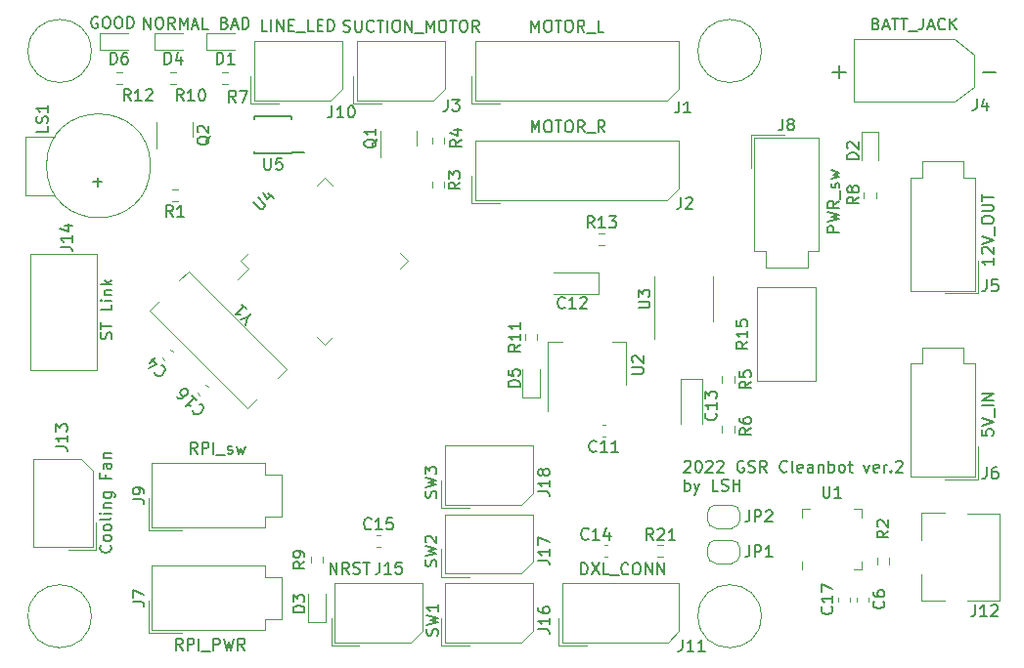
<source format=gbr>
%TF.GenerationSoftware,KiCad,Pcbnew,(6.0.4)*%
%TF.CreationDate,2022-08-07T13:44:39+09:00*%
%TF.ProjectId,cleanbot,636c6561-6e62-46f7-942e-6b696361645f,rev?*%
%TF.SameCoordinates,Original*%
%TF.FileFunction,Legend,Top*%
%TF.FilePolarity,Positive*%
%FSLAX46Y46*%
G04 Gerber Fmt 4.6, Leading zero omitted, Abs format (unit mm)*
G04 Created by KiCad (PCBNEW (6.0.4)) date 2022-08-07 13:44:39*
%MOMM*%
%LPD*%
G01*
G04 APERTURE LIST*
%ADD10C,0.150000*%
%ADD11C,0.120000*%
G04 APERTURE END LIST*
D10*
X57564976Y16878380D02*
X57612595Y16926000D01*
X57707833Y16973619D01*
X57945928Y16973619D01*
X58041166Y16926000D01*
X58088785Y16878380D01*
X58136404Y16783142D01*
X58136404Y16687904D01*
X58088785Y16545047D01*
X57517357Y15973619D01*
X58136404Y15973619D01*
X58755452Y16973619D02*
X58850690Y16973619D01*
X58945928Y16926000D01*
X58993547Y16878380D01*
X59041166Y16783142D01*
X59088785Y16592666D01*
X59088785Y16354571D01*
X59041166Y16164095D01*
X58993547Y16068857D01*
X58945928Y16021238D01*
X58850690Y15973619D01*
X58755452Y15973619D01*
X58660214Y16021238D01*
X58612595Y16068857D01*
X58564976Y16164095D01*
X58517357Y16354571D01*
X58517357Y16592666D01*
X58564976Y16783142D01*
X58612595Y16878380D01*
X58660214Y16926000D01*
X58755452Y16973619D01*
X59469738Y16878380D02*
X59517357Y16926000D01*
X59612595Y16973619D01*
X59850690Y16973619D01*
X59945928Y16926000D01*
X59993547Y16878380D01*
X60041166Y16783142D01*
X60041166Y16687904D01*
X59993547Y16545047D01*
X59422119Y15973619D01*
X60041166Y15973619D01*
X60422119Y16878380D02*
X60469738Y16926000D01*
X60564976Y16973619D01*
X60803071Y16973619D01*
X60898309Y16926000D01*
X60945928Y16878380D01*
X60993547Y16783142D01*
X60993547Y16687904D01*
X60945928Y16545047D01*
X60374500Y15973619D01*
X60993547Y15973619D01*
X62707833Y16926000D02*
X62612595Y16973619D01*
X62469738Y16973619D01*
X62326880Y16926000D01*
X62231642Y16830761D01*
X62184023Y16735523D01*
X62136404Y16545047D01*
X62136404Y16402190D01*
X62184023Y16211714D01*
X62231642Y16116476D01*
X62326880Y16021238D01*
X62469738Y15973619D01*
X62564976Y15973619D01*
X62707833Y16021238D01*
X62755452Y16068857D01*
X62755452Y16402190D01*
X62564976Y16402190D01*
X63136404Y16021238D02*
X63279261Y15973619D01*
X63517357Y15973619D01*
X63612595Y16021238D01*
X63660214Y16068857D01*
X63707833Y16164095D01*
X63707833Y16259333D01*
X63660214Y16354571D01*
X63612595Y16402190D01*
X63517357Y16449809D01*
X63326880Y16497428D01*
X63231642Y16545047D01*
X63184023Y16592666D01*
X63136404Y16687904D01*
X63136404Y16783142D01*
X63184023Y16878380D01*
X63231642Y16926000D01*
X63326880Y16973619D01*
X63564976Y16973619D01*
X63707833Y16926000D01*
X64707833Y15973619D02*
X64374500Y16449809D01*
X64136404Y15973619D02*
X64136404Y16973619D01*
X64517357Y16973619D01*
X64612595Y16926000D01*
X64660214Y16878380D01*
X64707833Y16783142D01*
X64707833Y16640285D01*
X64660214Y16545047D01*
X64612595Y16497428D01*
X64517357Y16449809D01*
X64136404Y16449809D01*
X66469738Y16068857D02*
X66422119Y16021238D01*
X66279261Y15973619D01*
X66184023Y15973619D01*
X66041166Y16021238D01*
X65945928Y16116476D01*
X65898309Y16211714D01*
X65850690Y16402190D01*
X65850690Y16545047D01*
X65898309Y16735523D01*
X65945928Y16830761D01*
X66041166Y16926000D01*
X66184023Y16973619D01*
X66279261Y16973619D01*
X66422119Y16926000D01*
X66469738Y16878380D01*
X67041166Y15973619D02*
X66945928Y16021238D01*
X66898309Y16116476D01*
X66898309Y16973619D01*
X67803071Y16021238D02*
X67707833Y15973619D01*
X67517357Y15973619D01*
X67422119Y16021238D01*
X67374500Y16116476D01*
X67374500Y16497428D01*
X67422119Y16592666D01*
X67517357Y16640285D01*
X67707833Y16640285D01*
X67803071Y16592666D01*
X67850690Y16497428D01*
X67850690Y16402190D01*
X67374500Y16306952D01*
X68707833Y15973619D02*
X68707833Y16497428D01*
X68660214Y16592666D01*
X68564976Y16640285D01*
X68374500Y16640285D01*
X68279261Y16592666D01*
X68707833Y16021238D02*
X68612595Y15973619D01*
X68374500Y15973619D01*
X68279261Y16021238D01*
X68231642Y16116476D01*
X68231642Y16211714D01*
X68279261Y16306952D01*
X68374500Y16354571D01*
X68612595Y16354571D01*
X68707833Y16402190D01*
X69184023Y16640285D02*
X69184023Y15973619D01*
X69184023Y16545047D02*
X69231642Y16592666D01*
X69326880Y16640285D01*
X69469738Y16640285D01*
X69564976Y16592666D01*
X69612595Y16497428D01*
X69612595Y15973619D01*
X70088785Y15973619D02*
X70088785Y16973619D01*
X70088785Y16592666D02*
X70184023Y16640285D01*
X70374500Y16640285D01*
X70469738Y16592666D01*
X70517357Y16545047D01*
X70564976Y16449809D01*
X70564976Y16164095D01*
X70517357Y16068857D01*
X70469738Y16021238D01*
X70374500Y15973619D01*
X70184023Y15973619D01*
X70088785Y16021238D01*
X71136404Y15973619D02*
X71041166Y16021238D01*
X70993547Y16068857D01*
X70945928Y16164095D01*
X70945928Y16449809D01*
X70993547Y16545047D01*
X71041166Y16592666D01*
X71136404Y16640285D01*
X71279261Y16640285D01*
X71374500Y16592666D01*
X71422119Y16545047D01*
X71469738Y16449809D01*
X71469738Y16164095D01*
X71422119Y16068857D01*
X71374500Y16021238D01*
X71279261Y15973619D01*
X71136404Y15973619D01*
X71755452Y16640285D02*
X72136404Y16640285D01*
X71898309Y16973619D02*
X71898309Y16116476D01*
X71945928Y16021238D01*
X72041166Y15973619D01*
X72136404Y15973619D01*
X73136404Y16640285D02*
X73374500Y15973619D01*
X73612595Y16640285D01*
X74374500Y16021238D02*
X74279261Y15973619D01*
X74088785Y15973619D01*
X73993547Y16021238D01*
X73945928Y16116476D01*
X73945928Y16497428D01*
X73993547Y16592666D01*
X74088785Y16640285D01*
X74279261Y16640285D01*
X74374500Y16592666D01*
X74422119Y16497428D01*
X74422119Y16402190D01*
X73945928Y16306952D01*
X74850690Y15973619D02*
X74850690Y16640285D01*
X74850690Y16449809D02*
X74898309Y16545047D01*
X74945928Y16592666D01*
X75041166Y16640285D01*
X75136404Y16640285D01*
X75469738Y16068857D02*
X75517357Y16021238D01*
X75469738Y15973619D01*
X75422119Y16021238D01*
X75469738Y16068857D01*
X75469738Y15973619D01*
X75898309Y16878380D02*
X75945928Y16926000D01*
X76041166Y16973619D01*
X76279261Y16973619D01*
X76374500Y16926000D01*
X76422119Y16878380D01*
X76469738Y16783142D01*
X76469738Y16687904D01*
X76422119Y16545047D01*
X75850690Y15973619D01*
X76469738Y15973619D01*
X57612595Y14363619D02*
X57612595Y15363619D01*
X57612595Y14982666D02*
X57707833Y15030285D01*
X57898309Y15030285D01*
X57993547Y14982666D01*
X58041166Y14935047D01*
X58088785Y14839809D01*
X58088785Y14554095D01*
X58041166Y14458857D01*
X57993547Y14411238D01*
X57898309Y14363619D01*
X57707833Y14363619D01*
X57612595Y14411238D01*
X58422119Y15030285D02*
X58660214Y14363619D01*
X58898309Y15030285D02*
X58660214Y14363619D01*
X58564976Y14125523D01*
X58517357Y14077904D01*
X58422119Y14030285D01*
X60517357Y14363619D02*
X60041166Y14363619D01*
X60041166Y15363619D01*
X60803071Y14411238D02*
X60945928Y14363619D01*
X61184023Y14363619D01*
X61279261Y14411238D01*
X61326880Y14458857D01*
X61374500Y14554095D01*
X61374500Y14649333D01*
X61326880Y14744571D01*
X61279261Y14792190D01*
X61184023Y14839809D01*
X60993547Y14887428D01*
X60898309Y14935047D01*
X60850690Y14982666D01*
X60803071Y15077904D01*
X60803071Y15173142D01*
X60850690Y15268380D01*
X60898309Y15316000D01*
X60993547Y15363619D01*
X61231642Y15363619D01*
X61374500Y15316000D01*
X61803071Y14363619D02*
X61803071Y15363619D01*
X61803071Y14887428D02*
X62374500Y14887428D01*
X62374500Y14363619D02*
X62374500Y15363619D01*
%TO.C,U3*%
X53583380Y30226095D02*
X54392904Y30226095D01*
X54488142Y30273714D01*
X54535761Y30321333D01*
X54583380Y30416571D01*
X54583380Y30607047D01*
X54535761Y30702285D01*
X54488142Y30749904D01*
X54392904Y30797523D01*
X53583380Y30797523D01*
X53583380Y31178476D02*
X53583380Y31797523D01*
X53964333Y31464190D01*
X53964333Y31607047D01*
X54011952Y31702285D01*
X54059571Y31749904D01*
X54154809Y31797523D01*
X54392904Y31797523D01*
X54488142Y31749904D01*
X54535761Y31702285D01*
X54583380Y31607047D01*
X54583380Y31321333D01*
X54535761Y31226095D01*
X54488142Y31178476D01*
%TO.C,J11*%
X57407276Y1462019D02*
X57407276Y747733D01*
X57359657Y604876D01*
X57264419Y509638D01*
X57121561Y462019D01*
X57026323Y462019D01*
X58407276Y462019D02*
X57835847Y462019D01*
X58121561Y462019D02*
X58121561Y1462019D01*
X58026323Y1319161D01*
X57931085Y1223923D01*
X57835847Y1176304D01*
X59359657Y462019D02*
X58788228Y462019D01*
X59073942Y462019D02*
X59073942Y1462019D01*
X58978704Y1319161D01*
X58883466Y1223923D01*
X58788228Y1176304D01*
X48627161Y7116819D02*
X48627161Y8116819D01*
X48865257Y8116819D01*
X49008114Y8069200D01*
X49103352Y7973961D01*
X49150971Y7878723D01*
X49198590Y7688247D01*
X49198590Y7545390D01*
X49150971Y7354914D01*
X49103352Y7259676D01*
X49008114Y7164438D01*
X48865257Y7116819D01*
X48627161Y7116819D01*
X49531923Y8116819D02*
X50198590Y7116819D01*
X50198590Y8116819D02*
X49531923Y7116819D01*
X51055733Y7116819D02*
X50579542Y7116819D01*
X50579542Y8116819D01*
X51150971Y7021580D02*
X51912876Y7021580D01*
X52722400Y7212057D02*
X52674780Y7164438D01*
X52531923Y7116819D01*
X52436685Y7116819D01*
X52293828Y7164438D01*
X52198590Y7259676D01*
X52150971Y7354914D01*
X52103352Y7545390D01*
X52103352Y7688247D01*
X52150971Y7878723D01*
X52198590Y7973961D01*
X52293828Y8069200D01*
X52436685Y8116819D01*
X52531923Y8116819D01*
X52674780Y8069200D01*
X52722400Y8021580D01*
X53341447Y8116819D02*
X53531923Y8116819D01*
X53627161Y8069200D01*
X53722400Y7973961D01*
X53770019Y7783485D01*
X53770019Y7450152D01*
X53722400Y7259676D01*
X53627161Y7164438D01*
X53531923Y7116819D01*
X53341447Y7116819D01*
X53246209Y7164438D01*
X53150971Y7259676D01*
X53103352Y7450152D01*
X53103352Y7783485D01*
X53150971Y7973961D01*
X53246209Y8069200D01*
X53341447Y8116819D01*
X54198590Y7116819D02*
X54198590Y8116819D01*
X54770019Y7116819D01*
X54770019Y8116819D01*
X55246209Y7116819D02*
X55246209Y8116819D01*
X55817638Y7116819D01*
X55817638Y8116819D01*
%TO.C,J14*%
X3567180Y35512476D02*
X4281466Y35512476D01*
X4424323Y35464857D01*
X4519561Y35369619D01*
X4567180Y35226761D01*
X4567180Y35131523D01*
X4567180Y36512476D02*
X4567180Y35941047D01*
X4567180Y36226761D02*
X3567180Y36226761D01*
X3710038Y36131523D01*
X3805276Y36036285D01*
X3852895Y35941047D01*
X3900514Y37369619D02*
X4567180Y37369619D01*
X3519561Y37131523D02*
X4233847Y36893428D01*
X4233847Y37512476D01*
X7973961Y27525980D02*
X8021580Y27668838D01*
X8021580Y27906933D01*
X7973961Y28002171D01*
X7926342Y28049790D01*
X7831104Y28097409D01*
X7735866Y28097409D01*
X7640628Y28049790D01*
X7593009Y28002171D01*
X7545390Y27906933D01*
X7497771Y27716457D01*
X7450152Y27621219D01*
X7402533Y27573600D01*
X7307295Y27525980D01*
X7212057Y27525980D01*
X7116819Y27573600D01*
X7069200Y27621219D01*
X7021580Y27716457D01*
X7021580Y27954552D01*
X7069200Y28097409D01*
X7021580Y28383123D02*
X7021580Y28954552D01*
X8021580Y28668838D02*
X7021580Y28668838D01*
X8021580Y30525980D02*
X8021580Y30049790D01*
X7021580Y30049790D01*
X8021580Y30859314D02*
X7354914Y30859314D01*
X7021580Y30859314D02*
X7069200Y30811695D01*
X7116819Y30859314D01*
X7069200Y30906933D01*
X7021580Y30859314D01*
X7116819Y30859314D01*
X7354914Y31335504D02*
X8021580Y31335504D01*
X7450152Y31335504D02*
X7402533Y31383123D01*
X7354914Y31478361D01*
X7354914Y31621219D01*
X7402533Y31716457D01*
X7497771Y31764076D01*
X8021580Y31764076D01*
X8021580Y32240266D02*
X7021580Y32240266D01*
X7640628Y32335504D02*
X8021580Y32621219D01*
X7354914Y32621219D02*
X7735866Y32240266D01*
%TO.C,U5*%
X21209095Y43209619D02*
X21209095Y42400095D01*
X21256714Y42304857D01*
X21304333Y42257238D01*
X21399571Y42209619D01*
X21590047Y42209619D01*
X21685285Y42257238D01*
X21732904Y42304857D01*
X21780523Y42400095D01*
X21780523Y43209619D01*
X22732904Y43209619D02*
X22256714Y43209619D01*
X22209095Y42733428D01*
X22256714Y42781047D01*
X22351952Y42828666D01*
X22590047Y42828666D01*
X22685285Y42781047D01*
X22732904Y42733428D01*
X22780523Y42638190D01*
X22780523Y42400095D01*
X22732904Y42304857D01*
X22685285Y42257238D01*
X22590047Y42209619D01*
X22351952Y42209619D01*
X22256714Y42257238D01*
X22209095Y42304857D01*
%TO.C,R9*%
X24709380Y8215333D02*
X24233190Y7882000D01*
X24709380Y7643904D02*
X23709380Y7643904D01*
X23709380Y8024857D01*
X23757000Y8120095D01*
X23804619Y8167714D01*
X23899857Y8215333D01*
X24042714Y8215333D01*
X24137952Y8167714D01*
X24185571Y8120095D01*
X24233190Y8024857D01*
X24233190Y7643904D01*
X24709380Y8691523D02*
X24709380Y8882000D01*
X24661761Y8977238D01*
X24614142Y9024857D01*
X24471285Y9120095D01*
X24280809Y9167714D01*
X23899857Y9167714D01*
X23804619Y9120095D01*
X23757000Y9072476D01*
X23709380Y8977238D01*
X23709380Y8786761D01*
X23757000Y8691523D01*
X23804619Y8643904D01*
X23899857Y8596285D01*
X24137952Y8596285D01*
X24233190Y8643904D01*
X24280809Y8691523D01*
X24328428Y8786761D01*
X24328428Y8977238D01*
X24280809Y9072476D01*
X24233190Y9120095D01*
X24137952Y9167714D01*
%TO.C,R12*%
X9644142Y48188619D02*
X9310809Y48664809D01*
X9072714Y48188619D02*
X9072714Y49188619D01*
X9453666Y49188619D01*
X9548904Y49141000D01*
X9596523Y49093380D01*
X9644142Y48998142D01*
X9644142Y48855285D01*
X9596523Y48760047D01*
X9548904Y48712428D01*
X9453666Y48664809D01*
X9072714Y48664809D01*
X10596523Y48188619D02*
X10025095Y48188619D01*
X10310809Y48188619D02*
X10310809Y49188619D01*
X10215571Y49045761D01*
X10120333Y48950523D01*
X10025095Y48902904D01*
X10977476Y49093380D02*
X11025095Y49141000D01*
X11120333Y49188619D01*
X11358428Y49188619D01*
X11453666Y49141000D01*
X11501285Y49093380D01*
X11548904Y48998142D01*
X11548904Y48902904D01*
X11501285Y48760047D01*
X10929857Y48188619D01*
X11548904Y48188619D01*
%TO.C,C17*%
X70334142Y4310142D02*
X70381761Y4262523D01*
X70429380Y4119666D01*
X70429380Y4024428D01*
X70381761Y3881571D01*
X70286523Y3786333D01*
X70191285Y3738714D01*
X70000809Y3691095D01*
X69857952Y3691095D01*
X69667476Y3738714D01*
X69572238Y3786333D01*
X69477000Y3881571D01*
X69429380Y4024428D01*
X69429380Y4119666D01*
X69477000Y4262523D01*
X69524619Y4310142D01*
X70429380Y5262523D02*
X70429380Y4691095D01*
X70429380Y4976809D02*
X69429380Y4976809D01*
X69572238Y4881571D01*
X69667476Y4786333D01*
X69715095Y4691095D01*
X69429380Y5595857D02*
X69429380Y6262523D01*
X70429380Y5833952D01*
%TO.C,U4*%
X20257436Y39371067D02*
X20829856Y38798647D01*
X20930871Y38764975D01*
X20998215Y38764975D01*
X21099230Y38798647D01*
X21233917Y38933334D01*
X21267589Y39034349D01*
X21267589Y39101693D01*
X21233917Y39202708D01*
X20661497Y39775128D01*
X21536963Y40179189D02*
X22008367Y39707784D01*
X21099230Y40280204D02*
X21435948Y39606769D01*
X21873680Y40044502D01*
%TO.C,R4*%
X38298380Y44791333D02*
X37822190Y44458000D01*
X38298380Y44219904D02*
X37298380Y44219904D01*
X37298380Y44600857D01*
X37346000Y44696095D01*
X37393619Y44743714D01*
X37488857Y44791333D01*
X37631714Y44791333D01*
X37726952Y44743714D01*
X37774571Y44696095D01*
X37822190Y44600857D01*
X37822190Y44219904D01*
X37631714Y45648476D02*
X38298380Y45648476D01*
X37250761Y45410380D02*
X37965047Y45172285D01*
X37965047Y45791333D01*
%TO.C,R21*%
X54879642Y10088619D02*
X54546309Y10564809D01*
X54308214Y10088619D02*
X54308214Y11088619D01*
X54689166Y11088619D01*
X54784404Y11041000D01*
X54832023Y10993380D01*
X54879642Y10898142D01*
X54879642Y10755285D01*
X54832023Y10660047D01*
X54784404Y10612428D01*
X54689166Y10564809D01*
X54308214Y10564809D01*
X55260595Y10993380D02*
X55308214Y11041000D01*
X55403452Y11088619D01*
X55641547Y11088619D01*
X55736785Y11041000D01*
X55784404Y10993380D01*
X55832023Y10898142D01*
X55832023Y10802904D01*
X55784404Y10660047D01*
X55212976Y10088619D01*
X55832023Y10088619D01*
X56784404Y10088619D02*
X56212976Y10088619D01*
X56498690Y10088619D02*
X56498690Y11088619D01*
X56403452Y10945761D01*
X56308214Y10850523D01*
X56212976Y10802904D01*
%TO.C,C4*%
X12299363Y25219056D02*
X12366706Y25219056D01*
X12501393Y25151712D01*
X12568737Y25084369D01*
X12636080Y24949681D01*
X12636080Y24814994D01*
X12602409Y24713979D01*
X12501393Y24545620D01*
X12400378Y24444605D01*
X12232019Y24343590D01*
X12131004Y24309918D01*
X11996317Y24309918D01*
X11861630Y24377262D01*
X11794286Y24444605D01*
X11726943Y24579292D01*
X11726943Y24646636D01*
X11289210Y25421086D02*
X11760615Y25892491D01*
X11188195Y24983353D02*
X11861630Y25320071D01*
X11423897Y25757804D01*
%TO.C,D6*%
X7897904Y51363619D02*
X7897904Y52363619D01*
X8136000Y52363619D01*
X8278857Y52316000D01*
X8374095Y52220761D01*
X8421714Y52125523D01*
X8469333Y51935047D01*
X8469333Y51792190D01*
X8421714Y51601714D01*
X8374095Y51506476D01*
X8278857Y51411238D01*
X8136000Y51363619D01*
X7897904Y51363619D01*
X9326476Y52363619D02*
X9136000Y52363619D01*
X9040761Y52316000D01*
X8993142Y52268380D01*
X8897904Y52125523D01*
X8850285Y51935047D01*
X8850285Y51554095D01*
X8897904Y51458857D01*
X8945523Y51411238D01*
X9040761Y51363619D01*
X9231238Y51363619D01*
X9326476Y51411238D01*
X9374095Y51458857D01*
X9421714Y51554095D01*
X9421714Y51792190D01*
X9374095Y51887428D01*
X9326476Y51935047D01*
X9231238Y51982666D01*
X9040761Y51982666D01*
X8945523Y51935047D01*
X8897904Y51887428D01*
X8850285Y51792190D01*
X6791485Y55414800D02*
X6696247Y55462419D01*
X6553390Y55462419D01*
X6410533Y55414800D01*
X6315295Y55319561D01*
X6267676Y55224323D01*
X6220057Y55033847D01*
X6220057Y54890990D01*
X6267676Y54700514D01*
X6315295Y54605276D01*
X6410533Y54510038D01*
X6553390Y54462419D01*
X6648628Y54462419D01*
X6791485Y54510038D01*
X6839104Y54557657D01*
X6839104Y54890990D01*
X6648628Y54890990D01*
X7458152Y55462419D02*
X7648628Y55462419D01*
X7743866Y55414800D01*
X7839104Y55319561D01*
X7886723Y55129085D01*
X7886723Y54795752D01*
X7839104Y54605276D01*
X7743866Y54510038D01*
X7648628Y54462419D01*
X7458152Y54462419D01*
X7362914Y54510038D01*
X7267676Y54605276D01*
X7220057Y54795752D01*
X7220057Y55129085D01*
X7267676Y55319561D01*
X7362914Y55414800D01*
X7458152Y55462419D01*
X8505771Y55462419D02*
X8696247Y55462419D01*
X8791485Y55414800D01*
X8886723Y55319561D01*
X8934342Y55129085D01*
X8934342Y54795752D01*
X8886723Y54605276D01*
X8791485Y54510038D01*
X8696247Y54462419D01*
X8505771Y54462419D01*
X8410533Y54510038D01*
X8315295Y54605276D01*
X8267676Y54795752D01*
X8267676Y55129085D01*
X8315295Y55319561D01*
X8410533Y55414800D01*
X8505771Y55462419D01*
X9362914Y54462419D02*
X9362914Y55462419D01*
X9601009Y55462419D01*
X9743866Y55414800D01*
X9839104Y55319561D01*
X9886723Y55224323D01*
X9934342Y55033847D01*
X9934342Y54890990D01*
X9886723Y54700514D01*
X9839104Y54605276D01*
X9743866Y54510038D01*
X9601009Y54462419D01*
X9362914Y54462419D01*
%TO.C,J17*%
X44918380Y8334476D02*
X45632666Y8334476D01*
X45775523Y8286857D01*
X45870761Y8191619D01*
X45918380Y8048761D01*
X45918380Y7953523D01*
X45918380Y9334476D02*
X45918380Y8763047D01*
X45918380Y9048761D02*
X44918380Y9048761D01*
X45061238Y8953523D01*
X45156476Y8858285D01*
X45204095Y8763047D01*
X44918380Y9667809D02*
X44918380Y10334476D01*
X45918380Y9905904D01*
X36091761Y7810666D02*
X36139380Y7953523D01*
X36139380Y8191619D01*
X36091761Y8286857D01*
X36044142Y8334476D01*
X35948904Y8382095D01*
X35853666Y8382095D01*
X35758428Y8334476D01*
X35710809Y8286857D01*
X35663190Y8191619D01*
X35615571Y8001142D01*
X35567952Y7905904D01*
X35520333Y7858285D01*
X35425095Y7810666D01*
X35329857Y7810666D01*
X35234619Y7858285D01*
X35187000Y7905904D01*
X35139380Y8001142D01*
X35139380Y8239238D01*
X35187000Y8382095D01*
X35139380Y8715428D02*
X36139380Y8953523D01*
X35425095Y9144000D01*
X36139380Y9334476D01*
X35139380Y9572571D01*
X35234619Y9905904D02*
X35187000Y9953523D01*
X35139380Y10048761D01*
X35139380Y10286857D01*
X35187000Y10382095D01*
X35234619Y10429714D01*
X35329857Y10477333D01*
X35425095Y10477333D01*
X35567952Y10429714D01*
X36139380Y9858285D01*
X36139380Y10477333D01*
%TO.C,JP1*%
X63200066Y9640819D02*
X63200066Y8926533D01*
X63152447Y8783676D01*
X63057209Y8688438D01*
X62914352Y8640819D01*
X62819114Y8640819D01*
X63676257Y8640819D02*
X63676257Y9640819D01*
X64057209Y9640819D01*
X64152447Y9593200D01*
X64200066Y9545580D01*
X64247685Y9450342D01*
X64247685Y9307485D01*
X64200066Y9212247D01*
X64152447Y9164628D01*
X64057209Y9117009D01*
X63676257Y9117009D01*
X65200066Y8640819D02*
X64628638Y8640819D01*
X64914352Y8640819D02*
X64914352Y9640819D01*
X64819114Y9497961D01*
X64723876Y9402723D01*
X64628638Y9355104D01*
%TO.C,J16*%
X44918380Y2365476D02*
X45632666Y2365476D01*
X45775523Y2317857D01*
X45870761Y2222619D01*
X45918380Y2079761D01*
X45918380Y1984523D01*
X45918380Y3365476D02*
X45918380Y2794047D01*
X45918380Y3079761D02*
X44918380Y3079761D01*
X45061238Y2984523D01*
X45156476Y2889285D01*
X45204095Y2794047D01*
X44918380Y4222619D02*
X44918380Y4032142D01*
X44966000Y3936904D01*
X45013619Y3889285D01*
X45156476Y3794047D01*
X45346952Y3746428D01*
X45727904Y3746428D01*
X45823142Y3794047D01*
X45870761Y3841666D01*
X45918380Y3936904D01*
X45918380Y4127380D01*
X45870761Y4222619D01*
X45823142Y4270238D01*
X45727904Y4317857D01*
X45489809Y4317857D01*
X45394571Y4270238D01*
X45346952Y4222619D01*
X45299333Y4127380D01*
X45299333Y3936904D01*
X45346952Y3841666D01*
X45394571Y3794047D01*
X45489809Y3746428D01*
X36218761Y1841666D02*
X36266380Y1984523D01*
X36266380Y2222619D01*
X36218761Y2317857D01*
X36171142Y2365476D01*
X36075904Y2413095D01*
X35980666Y2413095D01*
X35885428Y2365476D01*
X35837809Y2317857D01*
X35790190Y2222619D01*
X35742571Y2032142D01*
X35694952Y1936904D01*
X35647333Y1889285D01*
X35552095Y1841666D01*
X35456857Y1841666D01*
X35361619Y1889285D01*
X35314000Y1936904D01*
X35266380Y2032142D01*
X35266380Y2270238D01*
X35314000Y2413095D01*
X35266380Y2746428D02*
X36266380Y2984523D01*
X35552095Y3175000D01*
X36266380Y3365476D01*
X35266380Y3603571D01*
X36266380Y4508333D02*
X36266380Y3936904D01*
X36266380Y4222619D02*
X35266380Y4222619D01*
X35409238Y4127380D01*
X35504476Y4032142D01*
X35552095Y3936904D01*
%TO.C,R13*%
X49776142Y37172619D02*
X49442809Y37648809D01*
X49204714Y37172619D02*
X49204714Y38172619D01*
X49585666Y38172619D01*
X49680904Y38125000D01*
X49728523Y38077380D01*
X49776142Y37982142D01*
X49776142Y37839285D01*
X49728523Y37744047D01*
X49680904Y37696428D01*
X49585666Y37648809D01*
X49204714Y37648809D01*
X50728523Y37172619D02*
X50157095Y37172619D01*
X50442809Y37172619D02*
X50442809Y38172619D01*
X50347571Y38029761D01*
X50252333Y37934523D01*
X50157095Y37886904D01*
X51061857Y38172619D02*
X51680904Y38172619D01*
X51347571Y37791666D01*
X51490428Y37791666D01*
X51585666Y37744047D01*
X51633285Y37696428D01*
X51680904Y37601190D01*
X51680904Y37363095D01*
X51633285Y37267857D01*
X51585666Y37220238D01*
X51490428Y37172619D01*
X51204714Y37172619D01*
X51109476Y37220238D01*
X51061857Y37267857D01*
%TO.C,D2*%
X72639180Y43102304D02*
X71639180Y43102304D01*
X71639180Y43340400D01*
X71686800Y43483257D01*
X71782038Y43578495D01*
X71877276Y43626114D01*
X72067752Y43673733D01*
X72210609Y43673733D01*
X72401085Y43626114D01*
X72496323Y43578495D01*
X72591561Y43483257D01*
X72639180Y43340400D01*
X72639180Y43102304D01*
X71734419Y44054685D02*
X71686800Y44102304D01*
X71639180Y44197542D01*
X71639180Y44435638D01*
X71686800Y44530876D01*
X71734419Y44578495D01*
X71829657Y44626114D01*
X71924895Y44626114D01*
X72067752Y44578495D01*
X72639180Y44007066D01*
X72639180Y44626114D01*
%TO.C,R5*%
X63342780Y23836333D02*
X62866590Y23503000D01*
X63342780Y23264904D02*
X62342780Y23264904D01*
X62342780Y23645857D01*
X62390400Y23741095D01*
X62438019Y23788714D01*
X62533257Y23836333D01*
X62676114Y23836333D01*
X62771352Y23788714D01*
X62818971Y23741095D01*
X62866590Y23645857D01*
X62866590Y23264904D01*
X62342780Y24741095D02*
X62342780Y24264904D01*
X62818971Y24217285D01*
X62771352Y24264904D01*
X62723733Y24360142D01*
X62723733Y24598238D01*
X62771352Y24693476D01*
X62818971Y24741095D01*
X62914209Y24788714D01*
X63152304Y24788714D01*
X63247542Y24741095D01*
X63295161Y24693476D01*
X63342780Y24598238D01*
X63342780Y24360142D01*
X63295161Y24264904D01*
X63247542Y24217285D01*
%TO.C,J9*%
X9822380Y13636666D02*
X10536666Y13636666D01*
X10679523Y13589047D01*
X10774761Y13493809D01*
X10822380Y13350952D01*
X10822380Y13255714D01*
X10822380Y14160476D02*
X10822380Y14350952D01*
X10774761Y14446190D01*
X10727142Y14493809D01*
X10584285Y14589047D01*
X10393809Y14636666D01*
X10012857Y14636666D01*
X9917619Y14589047D01*
X9870000Y14541428D01*
X9822380Y14446190D01*
X9822380Y14255714D01*
X9870000Y14160476D01*
X9917619Y14112857D01*
X10012857Y14065238D01*
X10250952Y14065238D01*
X10346190Y14112857D01*
X10393809Y14160476D01*
X10441428Y14255714D01*
X10441428Y14446190D01*
X10393809Y14541428D01*
X10346190Y14589047D01*
X10250952Y14636666D01*
X15406904Y17581619D02*
X15073571Y18057809D01*
X14835476Y17581619D02*
X14835476Y18581619D01*
X15216428Y18581619D01*
X15311666Y18534000D01*
X15359285Y18486380D01*
X15406904Y18391142D01*
X15406904Y18248285D01*
X15359285Y18153047D01*
X15311666Y18105428D01*
X15216428Y18057809D01*
X14835476Y18057809D01*
X15835476Y17581619D02*
X15835476Y18581619D01*
X16216428Y18581619D01*
X16311666Y18534000D01*
X16359285Y18486380D01*
X16406904Y18391142D01*
X16406904Y18248285D01*
X16359285Y18153047D01*
X16311666Y18105428D01*
X16216428Y18057809D01*
X15835476Y18057809D01*
X16835476Y17581619D02*
X16835476Y18581619D01*
X17073571Y17486380D02*
X17835476Y17486380D01*
X18025952Y17629238D02*
X18121190Y17581619D01*
X18311666Y17581619D01*
X18406904Y17629238D01*
X18454523Y17724476D01*
X18454523Y17772095D01*
X18406904Y17867333D01*
X18311666Y17914952D01*
X18168809Y17914952D01*
X18073571Y17962571D01*
X18025952Y18057809D01*
X18025952Y18105428D01*
X18073571Y18200666D01*
X18168809Y18248285D01*
X18311666Y18248285D01*
X18406904Y18200666D01*
X18787857Y18248285D02*
X18978333Y17581619D01*
X19168809Y18057809D01*
X19359285Y17581619D01*
X19549761Y18248285D01*
%TO.C,R15*%
X63063380Y27297142D02*
X62587190Y26963809D01*
X63063380Y26725714D02*
X62063380Y26725714D01*
X62063380Y27106666D01*
X62111000Y27201904D01*
X62158619Y27249523D01*
X62253857Y27297142D01*
X62396714Y27297142D01*
X62491952Y27249523D01*
X62539571Y27201904D01*
X62587190Y27106666D01*
X62587190Y26725714D01*
X63063380Y28249523D02*
X63063380Y27678095D01*
X63063380Y27963809D02*
X62063380Y27963809D01*
X62206238Y27868571D01*
X62301476Y27773333D01*
X62349095Y27678095D01*
X62063380Y29154285D02*
X62063380Y28678095D01*
X62539571Y28630476D01*
X62491952Y28678095D01*
X62444333Y28773333D01*
X62444333Y29011428D01*
X62491952Y29106666D01*
X62539571Y29154285D01*
X62634809Y29201904D01*
X62872904Y29201904D01*
X62968142Y29154285D01*
X63015761Y29106666D01*
X63063380Y29011428D01*
X63063380Y28773333D01*
X63015761Y28678095D01*
X62968142Y28630476D01*
%TO.C,R6*%
X63342780Y19796557D02*
X62866590Y19463224D01*
X63342780Y19225128D02*
X62342780Y19225128D01*
X62342780Y19606081D01*
X62390400Y19701319D01*
X62438019Y19748938D01*
X62533257Y19796557D01*
X62676114Y19796557D01*
X62771352Y19748938D01*
X62818971Y19701319D01*
X62866590Y19606081D01*
X62866590Y19225128D01*
X62342780Y20653700D02*
X62342780Y20463224D01*
X62390400Y20367985D01*
X62438019Y20320366D01*
X62580876Y20225128D01*
X62771352Y20177509D01*
X63152304Y20177509D01*
X63247542Y20225128D01*
X63295161Y20272747D01*
X63342780Y20367985D01*
X63342780Y20558462D01*
X63295161Y20653700D01*
X63247542Y20701319D01*
X63152304Y20748938D01*
X62914209Y20748938D01*
X62818971Y20701319D01*
X62771352Y20653700D01*
X62723733Y20558462D01*
X62723733Y20367985D01*
X62771352Y20272747D01*
X62818971Y20225128D01*
X62914209Y20177509D01*
%TO.C,Q2*%
X16498819Y45116761D02*
X16451200Y45021523D01*
X16355961Y44926285D01*
X16213104Y44783428D01*
X16165485Y44688190D01*
X16165485Y44592952D01*
X16403580Y44640571D02*
X16355961Y44545333D01*
X16260723Y44450095D01*
X16070247Y44402476D01*
X15736914Y44402476D01*
X15546438Y44450095D01*
X15451200Y44545333D01*
X15403580Y44640571D01*
X15403580Y44831047D01*
X15451200Y44926285D01*
X15546438Y45021523D01*
X15736914Y45069142D01*
X16070247Y45069142D01*
X16260723Y45021523D01*
X16355961Y44926285D01*
X16403580Y44831047D01*
X16403580Y44640571D01*
X15498819Y45450095D02*
X15451200Y45497714D01*
X15403580Y45592952D01*
X15403580Y45831047D01*
X15451200Y45926285D01*
X15498819Y45973904D01*
X15594057Y46021523D01*
X15689295Y46021523D01*
X15832152Y45973904D01*
X16403580Y45402476D01*
X16403580Y46021523D01*
%TO.C,C6*%
X74812142Y4786333D02*
X74859761Y4738714D01*
X74907380Y4595857D01*
X74907380Y4500619D01*
X74859761Y4357761D01*
X74764523Y4262523D01*
X74669285Y4214904D01*
X74478809Y4167285D01*
X74335952Y4167285D01*
X74145476Y4214904D01*
X74050238Y4262523D01*
X73955000Y4357761D01*
X73907380Y4500619D01*
X73907380Y4595857D01*
X73955000Y4738714D01*
X74002619Y4786333D01*
X73907380Y5643476D02*
X73907380Y5453000D01*
X73955000Y5357761D01*
X74002619Y5310142D01*
X74145476Y5214904D01*
X74335952Y5167285D01*
X74716904Y5167285D01*
X74812142Y5214904D01*
X74859761Y5262523D01*
X74907380Y5357761D01*
X74907380Y5548238D01*
X74859761Y5643476D01*
X74812142Y5691095D01*
X74716904Y5738714D01*
X74478809Y5738714D01*
X74383571Y5691095D01*
X74335952Y5643476D01*
X74288333Y5548238D01*
X74288333Y5357761D01*
X74335952Y5262523D01*
X74383571Y5214904D01*
X74478809Y5167285D01*
%TO.C,D1*%
X17092704Y51363619D02*
X17092704Y52363619D01*
X17330800Y52363619D01*
X17473657Y52316000D01*
X17568895Y52220761D01*
X17616514Y52125523D01*
X17664133Y51935047D01*
X17664133Y51792190D01*
X17616514Y51601714D01*
X17568895Y51506476D01*
X17473657Y51411238D01*
X17330800Y51363619D01*
X17092704Y51363619D01*
X18616514Y51363619D02*
X18045085Y51363619D01*
X18330800Y51363619D02*
X18330800Y52363619D01*
X18235561Y52220761D01*
X18140323Y52125523D01*
X18045085Y52077904D01*
X17786457Y54935428D02*
X17929314Y54887809D01*
X17976933Y54840190D01*
X18024552Y54744952D01*
X18024552Y54602095D01*
X17976933Y54506857D01*
X17929314Y54459238D01*
X17834076Y54411619D01*
X17453123Y54411619D01*
X17453123Y55411619D01*
X17786457Y55411619D01*
X17881695Y55364000D01*
X17929314Y55316380D01*
X17976933Y55221142D01*
X17976933Y55125904D01*
X17929314Y55030666D01*
X17881695Y54983047D01*
X17786457Y54935428D01*
X17453123Y54935428D01*
X18405504Y54697333D02*
X18881695Y54697333D01*
X18310266Y54411619D02*
X18643600Y55411619D01*
X18976933Y54411619D01*
X19310266Y54411619D02*
X19310266Y55411619D01*
X19548361Y55411619D01*
X19691219Y55364000D01*
X19786457Y55268761D01*
X19834076Y55173523D01*
X19881695Y54983047D01*
X19881695Y54840190D01*
X19834076Y54649714D01*
X19786457Y54554476D01*
X19691219Y54459238D01*
X19548361Y54411619D01*
X19310266Y54411619D01*
%TO.C,J13*%
X3160780Y18189676D02*
X3875066Y18189676D01*
X4017923Y18142057D01*
X4113161Y18046819D01*
X4160780Y17903961D01*
X4160780Y17808723D01*
X4160780Y19189676D02*
X4160780Y18618247D01*
X4160780Y18903961D02*
X3160780Y18903961D01*
X3303638Y18808723D01*
X3398876Y18713485D01*
X3446495Y18618247D01*
X3160780Y19523009D02*
X3160780Y20142057D01*
X3541733Y19808723D01*
X3541733Y19951580D01*
X3589352Y20046819D01*
X3636971Y20094438D01*
X3732209Y20142057D01*
X3970304Y20142057D01*
X4065542Y20094438D01*
X4113161Y20046819D01*
X4160780Y19951580D01*
X4160780Y19665866D01*
X4113161Y19570628D01*
X4065542Y19523009D01*
X7875542Y9646114D02*
X7923161Y9598495D01*
X7970780Y9455638D01*
X7970780Y9360400D01*
X7923161Y9217542D01*
X7827923Y9122304D01*
X7732685Y9074685D01*
X7542209Y9027066D01*
X7399352Y9027066D01*
X7208876Y9074685D01*
X7113638Y9122304D01*
X7018400Y9217542D01*
X6970780Y9360400D01*
X6970780Y9455638D01*
X7018400Y9598495D01*
X7066019Y9646114D01*
X7970780Y10217542D02*
X7923161Y10122304D01*
X7875542Y10074685D01*
X7780304Y10027066D01*
X7494590Y10027066D01*
X7399352Y10074685D01*
X7351733Y10122304D01*
X7304114Y10217542D01*
X7304114Y10360400D01*
X7351733Y10455638D01*
X7399352Y10503257D01*
X7494590Y10550876D01*
X7780304Y10550876D01*
X7875542Y10503257D01*
X7923161Y10455638D01*
X7970780Y10360400D01*
X7970780Y10217542D01*
X7970780Y11122304D02*
X7923161Y11027066D01*
X7875542Y10979447D01*
X7780304Y10931828D01*
X7494590Y10931828D01*
X7399352Y10979447D01*
X7351733Y11027066D01*
X7304114Y11122304D01*
X7304114Y11265161D01*
X7351733Y11360400D01*
X7399352Y11408019D01*
X7494590Y11455638D01*
X7780304Y11455638D01*
X7875542Y11408019D01*
X7923161Y11360400D01*
X7970780Y11265161D01*
X7970780Y11122304D01*
X7970780Y12027066D02*
X7923161Y11931828D01*
X7827923Y11884209D01*
X6970780Y11884209D01*
X7970780Y12408019D02*
X7304114Y12408019D01*
X6970780Y12408019D02*
X7018400Y12360400D01*
X7066019Y12408019D01*
X7018400Y12455638D01*
X6970780Y12408019D01*
X7066019Y12408019D01*
X7304114Y12884209D02*
X7970780Y12884209D01*
X7399352Y12884209D02*
X7351733Y12931828D01*
X7304114Y13027066D01*
X7304114Y13169923D01*
X7351733Y13265161D01*
X7446971Y13312780D01*
X7970780Y13312780D01*
X7304114Y14217542D02*
X8113638Y14217542D01*
X8208876Y14169923D01*
X8256495Y14122304D01*
X8304114Y14027066D01*
X8304114Y13884209D01*
X8256495Y13788971D01*
X7923161Y14217542D02*
X7970780Y14122304D01*
X7970780Y13931828D01*
X7923161Y13836590D01*
X7875542Y13788971D01*
X7780304Y13741352D01*
X7494590Y13741352D01*
X7399352Y13788971D01*
X7351733Y13836590D01*
X7304114Y13931828D01*
X7304114Y14122304D01*
X7351733Y14217542D01*
X7446971Y15788971D02*
X7446971Y15455638D01*
X7970780Y15455638D02*
X6970780Y15455638D01*
X6970780Y15931828D01*
X7970780Y16741352D02*
X7446971Y16741352D01*
X7351733Y16693733D01*
X7304114Y16598495D01*
X7304114Y16408019D01*
X7351733Y16312780D01*
X7923161Y16741352D02*
X7970780Y16646114D01*
X7970780Y16408019D01*
X7923161Y16312780D01*
X7827923Y16265161D01*
X7732685Y16265161D01*
X7637447Y16312780D01*
X7589828Y16408019D01*
X7589828Y16646114D01*
X7542209Y16741352D01*
X7304114Y17217542D02*
X7970780Y17217542D01*
X7399352Y17217542D02*
X7351733Y17265161D01*
X7304114Y17360400D01*
X7304114Y17503257D01*
X7351733Y17598495D01*
X7446971Y17646114D01*
X7970780Y17646114D01*
%TO.C,U1*%
X69596095Y14771619D02*
X69596095Y13962095D01*
X69643714Y13866857D01*
X69691333Y13819238D01*
X69786571Y13771619D01*
X69977047Y13771619D01*
X70072285Y13819238D01*
X70119904Y13866857D01*
X70167523Y13962095D01*
X70167523Y14771619D01*
X71167523Y13771619D02*
X70596095Y13771619D01*
X70881809Y13771619D02*
X70881809Y14771619D01*
X70786571Y14628761D01*
X70691333Y14533523D01*
X70596095Y14485904D01*
%TO.C,J4*%
X82877066Y48350419D02*
X82877066Y47636133D01*
X82829447Y47493276D01*
X82734209Y47398038D01*
X82591352Y47350419D01*
X82496114Y47350419D01*
X83781828Y48017085D02*
X83781828Y47350419D01*
X83543733Y48398038D02*
X83305638Y47683752D01*
X83924685Y47683752D01*
X74160476Y54871428D02*
X74303333Y54823809D01*
X74350952Y54776190D01*
X74398571Y54680952D01*
X74398571Y54538095D01*
X74350952Y54442857D01*
X74303333Y54395238D01*
X74208095Y54347619D01*
X73827142Y54347619D01*
X73827142Y55347619D01*
X74160476Y55347619D01*
X74255714Y55300000D01*
X74303333Y55252380D01*
X74350952Y55157142D01*
X74350952Y55061904D01*
X74303333Y54966666D01*
X74255714Y54919047D01*
X74160476Y54871428D01*
X73827142Y54871428D01*
X74779523Y54633333D02*
X75255714Y54633333D01*
X74684285Y54347619D02*
X75017619Y55347619D01*
X75350952Y54347619D01*
X75541428Y55347619D02*
X76112857Y55347619D01*
X75827142Y54347619D02*
X75827142Y55347619D01*
X76303333Y55347619D02*
X76874761Y55347619D01*
X76589047Y54347619D02*
X76589047Y55347619D01*
X76970000Y54252380D02*
X77731904Y54252380D01*
X78255714Y55347619D02*
X78255714Y54633333D01*
X78208095Y54490476D01*
X78112857Y54395238D01*
X77970000Y54347619D01*
X77874761Y54347619D01*
X78684285Y54633333D02*
X79160476Y54633333D01*
X78589047Y54347619D02*
X78922380Y55347619D01*
X79255714Y54347619D01*
X80160476Y54442857D02*
X80112857Y54395238D01*
X79970000Y54347619D01*
X79874761Y54347619D01*
X79731904Y54395238D01*
X79636666Y54490476D01*
X79589047Y54585714D01*
X79541428Y54776190D01*
X79541428Y54919047D01*
X79589047Y55109523D01*
X79636666Y55204761D01*
X79731904Y55300000D01*
X79874761Y55347619D01*
X79970000Y55347619D01*
X80112857Y55300000D01*
X80160476Y55252380D01*
X80589047Y54347619D02*
X80589047Y55347619D01*
X81160476Y54347619D02*
X80731904Y54919047D01*
X81160476Y55347619D02*
X80589047Y54776190D01*
X83398571Y50692857D02*
X84541428Y50692857D01*
X70398571Y50692857D02*
X71541428Y50692857D01*
X70970000Y50121428D02*
X70970000Y51264285D01*
%TO.C,J15*%
X31194476Y8167619D02*
X31194476Y7453333D01*
X31146857Y7310476D01*
X31051619Y7215238D01*
X30908761Y7167619D01*
X30813523Y7167619D01*
X32194476Y7167619D02*
X31623047Y7167619D01*
X31908761Y7167619D02*
X31908761Y8167619D01*
X31813523Y8024761D01*
X31718285Y7929523D01*
X31623047Y7881904D01*
X33099238Y8167619D02*
X32623047Y8167619D01*
X32575428Y7691428D01*
X32623047Y7739047D01*
X32718285Y7786666D01*
X32956380Y7786666D01*
X33051619Y7739047D01*
X33099238Y7691428D01*
X33146857Y7596190D01*
X33146857Y7358095D01*
X33099238Y7262857D01*
X33051619Y7215238D01*
X32956380Y7167619D01*
X32718285Y7167619D01*
X32623047Y7215238D01*
X32575428Y7262857D01*
X26932142Y7167619D02*
X26932142Y8167619D01*
X27503571Y7167619D01*
X27503571Y8167619D01*
X28551190Y7167619D02*
X28217857Y7643809D01*
X27979761Y7167619D02*
X27979761Y8167619D01*
X28360714Y8167619D01*
X28455952Y8120000D01*
X28503571Y8072380D01*
X28551190Y7977142D01*
X28551190Y7834285D01*
X28503571Y7739047D01*
X28455952Y7691428D01*
X28360714Y7643809D01*
X27979761Y7643809D01*
X28932142Y7215238D02*
X29075000Y7167619D01*
X29313095Y7167619D01*
X29408333Y7215238D01*
X29455952Y7262857D01*
X29503571Y7358095D01*
X29503571Y7453333D01*
X29455952Y7548571D01*
X29408333Y7596190D01*
X29313095Y7643809D01*
X29122619Y7691428D01*
X29027380Y7739047D01*
X28979761Y7786666D01*
X28932142Y7881904D01*
X28932142Y7977142D01*
X28979761Y8072380D01*
X29027380Y8120000D01*
X29122619Y8167619D01*
X29360714Y8167619D01*
X29503571Y8120000D01*
X29789285Y8167619D02*
X30360714Y8167619D01*
X30075000Y7167619D02*
X30075000Y8167619D01*
%TO.C,R1*%
X13295333Y38122619D02*
X12962000Y38598809D01*
X12723904Y38122619D02*
X12723904Y39122619D01*
X13104857Y39122619D01*
X13200095Y39075000D01*
X13247714Y39027380D01*
X13295333Y38932142D01*
X13295333Y38789285D01*
X13247714Y38694047D01*
X13200095Y38646428D01*
X13104857Y38598809D01*
X12723904Y38598809D01*
X14247714Y38122619D02*
X13676285Y38122619D01*
X13962000Y38122619D02*
X13962000Y39122619D01*
X13866761Y38979761D01*
X13771523Y38884523D01*
X13676285Y38836904D01*
%TO.C,J10*%
X27079676Y47740819D02*
X27079676Y47026533D01*
X27032057Y46883676D01*
X26936819Y46788438D01*
X26793961Y46740819D01*
X26698723Y46740819D01*
X28079676Y46740819D02*
X27508247Y46740819D01*
X27793961Y46740819D02*
X27793961Y47740819D01*
X27698723Y47597961D01*
X27603485Y47502723D01*
X27508247Y47455104D01*
X28698723Y47740819D02*
X28793961Y47740819D01*
X28889200Y47693200D01*
X28936819Y47645580D01*
X28984438Y47550342D01*
X29032057Y47359866D01*
X29032057Y47121771D01*
X28984438Y46931295D01*
X28936819Y46836057D01*
X28889200Y46788438D01*
X28793961Y46740819D01*
X28698723Y46740819D01*
X28603485Y46788438D01*
X28555866Y46836057D01*
X28508247Y46931295D01*
X28460628Y47121771D01*
X28460628Y47359866D01*
X28508247Y47550342D01*
X28555866Y47645580D01*
X28603485Y47693200D01*
X28698723Y47740819D01*
X21487142Y54208419D02*
X21010952Y54208419D01*
X21010952Y55208419D01*
X21820476Y54208419D02*
X21820476Y55208419D01*
X22296666Y54208419D02*
X22296666Y55208419D01*
X22868095Y54208419D01*
X22868095Y55208419D01*
X23344285Y54732228D02*
X23677619Y54732228D01*
X23820476Y54208419D02*
X23344285Y54208419D01*
X23344285Y55208419D01*
X23820476Y55208419D01*
X24010952Y54113180D02*
X24772857Y54113180D01*
X25487142Y54208419D02*
X25010952Y54208419D01*
X25010952Y55208419D01*
X25820476Y54732228D02*
X26153809Y54732228D01*
X26296666Y54208419D02*
X25820476Y54208419D01*
X25820476Y55208419D01*
X26296666Y55208419D01*
X26725238Y54208419D02*
X26725238Y55208419D01*
X26963333Y55208419D01*
X27106190Y55160800D01*
X27201428Y55065561D01*
X27249047Y54970323D01*
X27296666Y54779847D01*
X27296666Y54636990D01*
X27249047Y54446514D01*
X27201428Y54351276D01*
X27106190Y54256038D01*
X26963333Y54208419D01*
X26725238Y54208419D01*
%TO.C,J7*%
X9822380Y4746666D02*
X10536666Y4746666D01*
X10679523Y4699047D01*
X10774761Y4603809D01*
X10822380Y4460952D01*
X10822380Y4365714D01*
X9822380Y5127619D02*
X9822380Y5794285D01*
X10822380Y5365714D01*
X14129047Y563619D02*
X13795714Y1039809D01*
X13557619Y563619D02*
X13557619Y1563619D01*
X13938571Y1563619D01*
X14033809Y1516000D01*
X14081428Y1468380D01*
X14129047Y1373142D01*
X14129047Y1230285D01*
X14081428Y1135047D01*
X14033809Y1087428D01*
X13938571Y1039809D01*
X13557619Y1039809D01*
X14557619Y563619D02*
X14557619Y1563619D01*
X14938571Y1563619D01*
X15033809Y1516000D01*
X15081428Y1468380D01*
X15129047Y1373142D01*
X15129047Y1230285D01*
X15081428Y1135047D01*
X15033809Y1087428D01*
X14938571Y1039809D01*
X14557619Y1039809D01*
X15557619Y563619D02*
X15557619Y1563619D01*
X15795714Y468380D02*
X16557619Y468380D01*
X16795714Y563619D02*
X16795714Y1563619D01*
X17176666Y1563619D01*
X17271904Y1516000D01*
X17319523Y1468380D01*
X17367142Y1373142D01*
X17367142Y1230285D01*
X17319523Y1135047D01*
X17271904Y1087428D01*
X17176666Y1039809D01*
X16795714Y1039809D01*
X17700476Y1563619D02*
X17938571Y563619D01*
X18129047Y1277904D01*
X18319523Y563619D01*
X18557619Y1563619D01*
X19510000Y563619D02*
X19176666Y1039809D01*
X18938571Y563619D02*
X18938571Y1563619D01*
X19319523Y1563619D01*
X19414761Y1516000D01*
X19462380Y1468380D01*
X19510000Y1373142D01*
X19510000Y1230285D01*
X19462380Y1135047D01*
X19414761Y1087428D01*
X19319523Y1039809D01*
X18938571Y1039809D01*
%TO.C,C15*%
X30472142Y11105857D02*
X30424523Y11058238D01*
X30281666Y11010619D01*
X30186428Y11010619D01*
X30043571Y11058238D01*
X29948333Y11153476D01*
X29900714Y11248714D01*
X29853095Y11439190D01*
X29853095Y11582047D01*
X29900714Y11772523D01*
X29948333Y11867761D01*
X30043571Y11963000D01*
X30186428Y12010619D01*
X30281666Y12010619D01*
X30424523Y11963000D01*
X30472142Y11915380D01*
X31424523Y11010619D02*
X30853095Y11010619D01*
X31138809Y11010619D02*
X31138809Y12010619D01*
X31043571Y11867761D01*
X30948333Y11772523D01*
X30853095Y11724904D01*
X32329285Y12010619D02*
X31853095Y12010619D01*
X31805476Y11534428D01*
X31853095Y11582047D01*
X31948333Y11629666D01*
X32186428Y11629666D01*
X32281666Y11582047D01*
X32329285Y11534428D01*
X32376904Y11439190D01*
X32376904Y11201095D01*
X32329285Y11105857D01*
X32281666Y11058238D01*
X32186428Y11010619D01*
X31948333Y11010619D01*
X31853095Y11058238D01*
X31805476Y11105857D01*
%TO.C,D4*%
X12596904Y51363619D02*
X12596904Y52363619D01*
X12835000Y52363619D01*
X12977857Y52316000D01*
X13073095Y52220761D01*
X13120714Y52125523D01*
X13168333Y51935047D01*
X13168333Y51792190D01*
X13120714Y51601714D01*
X13073095Y51506476D01*
X12977857Y51411238D01*
X12835000Y51363619D01*
X12596904Y51363619D01*
X14025476Y52030285D02*
X14025476Y51363619D01*
X13787380Y52411238D02*
X13549285Y51696952D01*
X14168333Y51696952D01*
X10798514Y54411619D02*
X10798514Y55411619D01*
X11369942Y54411619D01*
X11369942Y55411619D01*
X12036609Y55411619D02*
X12227085Y55411619D01*
X12322323Y55364000D01*
X12417561Y55268761D01*
X12465180Y55078285D01*
X12465180Y54744952D01*
X12417561Y54554476D01*
X12322323Y54459238D01*
X12227085Y54411619D01*
X12036609Y54411619D01*
X11941371Y54459238D01*
X11846133Y54554476D01*
X11798514Y54744952D01*
X11798514Y55078285D01*
X11846133Y55268761D01*
X11941371Y55364000D01*
X12036609Y55411619D01*
X13465180Y54411619D02*
X13131847Y54887809D01*
X12893752Y54411619D02*
X12893752Y55411619D01*
X13274704Y55411619D01*
X13369942Y55364000D01*
X13417561Y55316380D01*
X13465180Y55221142D01*
X13465180Y55078285D01*
X13417561Y54983047D01*
X13369942Y54935428D01*
X13274704Y54887809D01*
X12893752Y54887809D01*
X13893752Y54411619D02*
X13893752Y55411619D01*
X14227085Y54697333D01*
X14560419Y55411619D01*
X14560419Y54411619D01*
X14988990Y54697333D02*
X15465180Y54697333D01*
X14893752Y54411619D02*
X15227085Y55411619D01*
X15560419Y54411619D01*
X16369942Y54411619D02*
X15893752Y54411619D01*
X15893752Y55411619D01*
%TO.C,R7*%
X18756333Y48061619D02*
X18423000Y48537809D01*
X18184904Y48061619D02*
X18184904Y49061619D01*
X18565857Y49061619D01*
X18661095Y49014000D01*
X18708714Y48966380D01*
X18756333Y48871142D01*
X18756333Y48728285D01*
X18708714Y48633047D01*
X18661095Y48585428D01*
X18565857Y48537809D01*
X18184904Y48537809D01*
X19089666Y49061619D02*
X19756333Y49061619D01*
X19327761Y48061619D01*
%TO.C,J18*%
X44918380Y14303476D02*
X45632666Y14303476D01*
X45775523Y14255857D01*
X45870761Y14160619D01*
X45918380Y14017761D01*
X45918380Y13922523D01*
X45918380Y15303476D02*
X45918380Y14732047D01*
X45918380Y15017761D02*
X44918380Y15017761D01*
X45061238Y14922523D01*
X45156476Y14827285D01*
X45204095Y14732047D01*
X45346952Y15874904D02*
X45299333Y15779666D01*
X45251714Y15732047D01*
X45156476Y15684428D01*
X45108857Y15684428D01*
X45013619Y15732047D01*
X44966000Y15779666D01*
X44918380Y15874904D01*
X44918380Y16065380D01*
X44966000Y16160619D01*
X45013619Y16208238D01*
X45108857Y16255857D01*
X45156476Y16255857D01*
X45251714Y16208238D01*
X45299333Y16160619D01*
X45346952Y16065380D01*
X45346952Y15874904D01*
X45394571Y15779666D01*
X45442190Y15732047D01*
X45537428Y15684428D01*
X45727904Y15684428D01*
X45823142Y15732047D01*
X45870761Y15779666D01*
X45918380Y15874904D01*
X45918380Y16065380D01*
X45870761Y16160619D01*
X45823142Y16208238D01*
X45727904Y16255857D01*
X45537428Y16255857D01*
X45442190Y16208238D01*
X45394571Y16160619D01*
X45346952Y16065380D01*
X36091761Y13779666D02*
X36139380Y13922523D01*
X36139380Y14160619D01*
X36091761Y14255857D01*
X36044142Y14303476D01*
X35948904Y14351095D01*
X35853666Y14351095D01*
X35758428Y14303476D01*
X35710809Y14255857D01*
X35663190Y14160619D01*
X35615571Y13970142D01*
X35567952Y13874904D01*
X35520333Y13827285D01*
X35425095Y13779666D01*
X35329857Y13779666D01*
X35234619Y13827285D01*
X35187000Y13874904D01*
X35139380Y13970142D01*
X35139380Y14208238D01*
X35187000Y14351095D01*
X35139380Y14684428D02*
X36139380Y14922523D01*
X35425095Y15113000D01*
X36139380Y15303476D01*
X35139380Y15541571D01*
X35139380Y15827285D02*
X35139380Y16446333D01*
X35520333Y16113000D01*
X35520333Y16255857D01*
X35567952Y16351095D01*
X35615571Y16398714D01*
X35710809Y16446333D01*
X35948904Y16446333D01*
X36044142Y16398714D01*
X36091761Y16351095D01*
X36139380Y16255857D01*
X36139380Y15970142D01*
X36091761Y15874904D01*
X36044142Y15827285D01*
%TO.C,C12*%
X47236142Y30277857D02*
X47188523Y30230238D01*
X47045666Y30182619D01*
X46950428Y30182619D01*
X46807571Y30230238D01*
X46712333Y30325476D01*
X46664714Y30420714D01*
X46617095Y30611190D01*
X46617095Y30754047D01*
X46664714Y30944523D01*
X46712333Y31039761D01*
X46807571Y31135000D01*
X46950428Y31182619D01*
X47045666Y31182619D01*
X47188523Y31135000D01*
X47236142Y31087380D01*
X48188523Y30182619D02*
X47617095Y30182619D01*
X47902809Y30182619D02*
X47902809Y31182619D01*
X47807571Y31039761D01*
X47712333Y30944523D01*
X47617095Y30896904D01*
X48569476Y31087380D02*
X48617095Y31135000D01*
X48712333Y31182619D01*
X48950428Y31182619D01*
X49045666Y31135000D01*
X49093285Y31087380D01*
X49140904Y30992142D01*
X49140904Y30896904D01*
X49093285Y30754047D01*
X48521857Y30182619D01*
X49140904Y30182619D01*
%TO.C,R11*%
X43378380Y27043142D02*
X42902190Y26709809D01*
X43378380Y26471714D02*
X42378380Y26471714D01*
X42378380Y26852666D01*
X42426000Y26947904D01*
X42473619Y26995523D01*
X42568857Y27043142D01*
X42711714Y27043142D01*
X42806952Y26995523D01*
X42854571Y26947904D01*
X42902190Y26852666D01*
X42902190Y26471714D01*
X43378380Y27995523D02*
X43378380Y27424095D01*
X43378380Y27709809D02*
X42378380Y27709809D01*
X42521238Y27614571D01*
X42616476Y27519333D01*
X42664095Y27424095D01*
X43378380Y28947904D02*
X43378380Y28376476D01*
X43378380Y28662190D02*
X42378380Y28662190D01*
X42521238Y28566952D01*
X42616476Y28471714D01*
X42664095Y28376476D01*
%TO.C,Q1*%
X30964419Y44862761D02*
X30916800Y44767523D01*
X30821561Y44672285D01*
X30678704Y44529428D01*
X30631085Y44434190D01*
X30631085Y44338952D01*
X30869180Y44386571D02*
X30821561Y44291333D01*
X30726323Y44196095D01*
X30535847Y44148476D01*
X30202514Y44148476D01*
X30012038Y44196095D01*
X29916800Y44291333D01*
X29869180Y44386571D01*
X29869180Y44577047D01*
X29916800Y44672285D01*
X30012038Y44767523D01*
X30202514Y44815142D01*
X30535847Y44815142D01*
X30726323Y44767523D01*
X30821561Y44672285D01*
X30869180Y44577047D01*
X30869180Y44386571D01*
X30869180Y45767523D02*
X30869180Y45196095D01*
X30869180Y45481809D02*
X29869180Y45481809D01*
X30012038Y45386571D01*
X30107276Y45291333D01*
X30154895Y45196095D01*
%TO.C,J6*%
X83740666Y16422619D02*
X83740666Y15708333D01*
X83693047Y15565476D01*
X83597809Y15470238D01*
X83454952Y15422619D01*
X83359714Y15422619D01*
X84645428Y16422619D02*
X84454952Y16422619D01*
X84359714Y16375000D01*
X84312095Y16327380D01*
X84216857Y16184523D01*
X84169238Y15994047D01*
X84169238Y15613095D01*
X84216857Y15517857D01*
X84264476Y15470238D01*
X84359714Y15422619D01*
X84550190Y15422619D01*
X84645428Y15470238D01*
X84693047Y15517857D01*
X84740666Y15613095D01*
X84740666Y15851190D01*
X84693047Y15946428D01*
X84645428Y15994047D01*
X84550190Y16041666D01*
X84359714Y16041666D01*
X84264476Y15994047D01*
X84216857Y15946428D01*
X84169238Y15851190D01*
X83323180Y19672466D02*
X83323180Y19196276D01*
X83799371Y19148657D01*
X83751752Y19196276D01*
X83704133Y19291514D01*
X83704133Y19529609D01*
X83751752Y19624847D01*
X83799371Y19672466D01*
X83894609Y19720085D01*
X84132704Y19720085D01*
X84227942Y19672466D01*
X84275561Y19624847D01*
X84323180Y19529609D01*
X84323180Y19291514D01*
X84275561Y19196276D01*
X84227942Y19148657D01*
X83323180Y20005800D02*
X84323180Y20339133D01*
X83323180Y20672466D01*
X84418419Y20767704D02*
X84418419Y21529609D01*
X84323180Y21767704D02*
X83323180Y21767704D01*
X84323180Y22243895D02*
X83323180Y22243895D01*
X84323180Y22815323D01*
X83323180Y22815323D01*
%TO.C,C13*%
X60273142Y21097642D02*
X60320761Y21050023D01*
X60368380Y20907166D01*
X60368380Y20811928D01*
X60320761Y20669071D01*
X60225523Y20573833D01*
X60130285Y20526214D01*
X59939809Y20478595D01*
X59796952Y20478595D01*
X59606476Y20526214D01*
X59511238Y20573833D01*
X59416000Y20669071D01*
X59368380Y20811928D01*
X59368380Y20907166D01*
X59416000Y21050023D01*
X59463619Y21097642D01*
X60368380Y22050023D02*
X60368380Y21478595D01*
X60368380Y21764309D02*
X59368380Y21764309D01*
X59511238Y21669071D01*
X59606476Y21573833D01*
X59654095Y21478595D01*
X59368380Y22383357D02*
X59368380Y23002404D01*
X59749333Y22669071D01*
X59749333Y22811928D01*
X59796952Y22907166D01*
X59844571Y22954785D01*
X59939809Y23002404D01*
X60177904Y23002404D01*
X60273142Y22954785D01*
X60320761Y22907166D01*
X60368380Y22811928D01*
X60368380Y22526214D01*
X60320761Y22430976D01*
X60273142Y22383357D01*
%TO.C,J3*%
X37106266Y48299619D02*
X37106266Y47585333D01*
X37058647Y47442476D01*
X36963409Y47347238D01*
X36820552Y47299619D01*
X36725314Y47299619D01*
X37487219Y48299619D02*
X38106266Y48299619D01*
X37772933Y47918666D01*
X37915790Y47918666D01*
X38011028Y47871047D01*
X38058647Y47823428D01*
X38106266Y47728190D01*
X38106266Y47490095D01*
X38058647Y47394857D01*
X38011028Y47347238D01*
X37915790Y47299619D01*
X37630076Y47299619D01*
X37534838Y47347238D01*
X37487219Y47394857D01*
X28077257Y54205238D02*
X28220114Y54157619D01*
X28458209Y54157619D01*
X28553447Y54205238D01*
X28601066Y54252857D01*
X28648685Y54348095D01*
X28648685Y54443333D01*
X28601066Y54538571D01*
X28553447Y54586190D01*
X28458209Y54633809D01*
X28267733Y54681428D01*
X28172495Y54729047D01*
X28124876Y54776666D01*
X28077257Y54871904D01*
X28077257Y54967142D01*
X28124876Y55062380D01*
X28172495Y55110000D01*
X28267733Y55157619D01*
X28505828Y55157619D01*
X28648685Y55110000D01*
X29077257Y55157619D02*
X29077257Y54348095D01*
X29124876Y54252857D01*
X29172495Y54205238D01*
X29267733Y54157619D01*
X29458209Y54157619D01*
X29553447Y54205238D01*
X29601066Y54252857D01*
X29648685Y54348095D01*
X29648685Y55157619D01*
X30696304Y54252857D02*
X30648685Y54205238D01*
X30505828Y54157619D01*
X30410590Y54157619D01*
X30267733Y54205238D01*
X30172495Y54300476D01*
X30124876Y54395714D01*
X30077257Y54586190D01*
X30077257Y54729047D01*
X30124876Y54919523D01*
X30172495Y55014761D01*
X30267733Y55110000D01*
X30410590Y55157619D01*
X30505828Y55157619D01*
X30648685Y55110000D01*
X30696304Y55062380D01*
X30982019Y55157619D02*
X31553447Y55157619D01*
X31267733Y54157619D02*
X31267733Y55157619D01*
X31886780Y54157619D02*
X31886780Y55157619D01*
X32553447Y55157619D02*
X32743923Y55157619D01*
X32839161Y55110000D01*
X32934400Y55014761D01*
X32982019Y54824285D01*
X32982019Y54490952D01*
X32934400Y54300476D01*
X32839161Y54205238D01*
X32743923Y54157619D01*
X32553447Y54157619D01*
X32458209Y54205238D01*
X32362971Y54300476D01*
X32315352Y54490952D01*
X32315352Y54824285D01*
X32362971Y55014761D01*
X32458209Y55110000D01*
X32553447Y55157619D01*
X33410590Y54157619D02*
X33410590Y55157619D01*
X33982019Y54157619D01*
X33982019Y55157619D01*
X34220114Y54062380D02*
X34982019Y54062380D01*
X35220114Y54157619D02*
X35220114Y55157619D01*
X35553447Y54443333D01*
X35886780Y55157619D01*
X35886780Y54157619D01*
X36553447Y55157619D02*
X36743923Y55157619D01*
X36839161Y55110000D01*
X36934400Y55014761D01*
X36982019Y54824285D01*
X36982019Y54490952D01*
X36934400Y54300476D01*
X36839161Y54205238D01*
X36743923Y54157619D01*
X36553447Y54157619D01*
X36458209Y54205238D01*
X36362971Y54300476D01*
X36315352Y54490952D01*
X36315352Y54824285D01*
X36362971Y55014761D01*
X36458209Y55110000D01*
X36553447Y55157619D01*
X37267733Y55157619D02*
X37839161Y55157619D01*
X37553447Y54157619D02*
X37553447Y55157619D01*
X38362971Y55157619D02*
X38553447Y55157619D01*
X38648685Y55110000D01*
X38743923Y55014761D01*
X38791542Y54824285D01*
X38791542Y54490952D01*
X38743923Y54300476D01*
X38648685Y54205238D01*
X38553447Y54157619D01*
X38362971Y54157619D01*
X38267733Y54205238D01*
X38172495Y54300476D01*
X38124876Y54490952D01*
X38124876Y54824285D01*
X38172495Y55014761D01*
X38267733Y55110000D01*
X38362971Y55157619D01*
X39791542Y54157619D02*
X39458209Y54633809D01*
X39220114Y54157619D02*
X39220114Y55157619D01*
X39601066Y55157619D01*
X39696304Y55110000D01*
X39743923Y55062380D01*
X39791542Y54967142D01*
X39791542Y54824285D01*
X39743923Y54729047D01*
X39696304Y54681428D01*
X39601066Y54633809D01*
X39220114Y54633809D01*
%TO.C,LS1*%
X2484380Y45966142D02*
X2484380Y45489952D01*
X1484380Y45489952D01*
X2436761Y46251857D02*
X2484380Y46394714D01*
X2484380Y46632809D01*
X2436761Y46728047D01*
X2389142Y46775666D01*
X2293904Y46823285D01*
X2198666Y46823285D01*
X2103428Y46775666D01*
X2055809Y46728047D01*
X2008190Y46632809D01*
X1960571Y46442333D01*
X1912952Y46347095D01*
X1865333Y46299476D01*
X1770095Y46251857D01*
X1674857Y46251857D01*
X1579619Y46299476D01*
X1532000Y46347095D01*
X1484380Y46442333D01*
X1484380Y46680428D01*
X1532000Y46823285D01*
X2484380Y47775666D02*
X2484380Y47204238D01*
X2484380Y47489952D02*
X1484380Y47489952D01*
X1627238Y47394714D01*
X1722476Y47299476D01*
X1770095Y47204238D01*
X6786571Y41528952D02*
X6786571Y40767047D01*
X6405619Y41148000D02*
X7167523Y41148000D01*
%TO.C,Y1*%
X19750881Y29364447D02*
X20087599Y29701165D01*
X19616194Y28758356D02*
X19750881Y29364447D01*
X19144790Y29229760D01*
X19245805Y30542958D02*
X19649866Y30138897D01*
X19447835Y30340928D02*
X18740729Y29633821D01*
X18909087Y29667493D01*
X19043774Y29667493D01*
X19144790Y29633821D01*
%TO.C,J2*%
X57273866Y39816019D02*
X57273866Y39101733D01*
X57226247Y38958876D01*
X57131009Y38863638D01*
X56988152Y38816019D01*
X56892914Y38816019D01*
X57702438Y39720780D02*
X57750057Y39768400D01*
X57845295Y39816019D01*
X58083390Y39816019D01*
X58178628Y39768400D01*
X58226247Y39720780D01*
X58273866Y39625542D01*
X58273866Y39530304D01*
X58226247Y39387447D01*
X57654819Y38816019D01*
X58273866Y38816019D01*
X44355142Y45470819D02*
X44355142Y46470819D01*
X44688476Y45756533D01*
X45021809Y46470819D01*
X45021809Y45470819D01*
X45688476Y46470819D02*
X45878952Y46470819D01*
X45974190Y46423200D01*
X46069428Y46327961D01*
X46117047Y46137485D01*
X46117047Y45804152D01*
X46069428Y45613676D01*
X45974190Y45518438D01*
X45878952Y45470819D01*
X45688476Y45470819D01*
X45593238Y45518438D01*
X45498000Y45613676D01*
X45450380Y45804152D01*
X45450380Y46137485D01*
X45498000Y46327961D01*
X45593238Y46423200D01*
X45688476Y46470819D01*
X46402761Y46470819D02*
X46974190Y46470819D01*
X46688476Y45470819D02*
X46688476Y46470819D01*
X47498000Y46470819D02*
X47688476Y46470819D01*
X47783714Y46423200D01*
X47878952Y46327961D01*
X47926571Y46137485D01*
X47926571Y45804152D01*
X47878952Y45613676D01*
X47783714Y45518438D01*
X47688476Y45470819D01*
X47498000Y45470819D01*
X47402761Y45518438D01*
X47307523Y45613676D01*
X47259904Y45804152D01*
X47259904Y46137485D01*
X47307523Y46327961D01*
X47402761Y46423200D01*
X47498000Y46470819D01*
X48926571Y45470819D02*
X48593238Y45947009D01*
X48355142Y45470819D02*
X48355142Y46470819D01*
X48736095Y46470819D01*
X48831333Y46423200D01*
X48878952Y46375580D01*
X48926571Y46280342D01*
X48926571Y46137485D01*
X48878952Y46042247D01*
X48831333Y45994628D01*
X48736095Y45947009D01*
X48355142Y45947009D01*
X49117047Y45375580D02*
X49878952Y45375580D01*
X50688476Y45470819D02*
X50355142Y45947009D01*
X50117047Y45470819D02*
X50117047Y46470819D01*
X50498000Y46470819D01*
X50593238Y46423200D01*
X50640857Y46375580D01*
X50688476Y46280342D01*
X50688476Y46137485D01*
X50640857Y46042247D01*
X50593238Y45994628D01*
X50498000Y45947009D01*
X50117047Y45947009D01*
%TO.C,R8*%
X72682380Y39838333D02*
X72206190Y39505000D01*
X72682380Y39266904D02*
X71682380Y39266904D01*
X71682380Y39647857D01*
X71730000Y39743095D01*
X71777619Y39790714D01*
X71872857Y39838333D01*
X72015714Y39838333D01*
X72110952Y39790714D01*
X72158571Y39743095D01*
X72206190Y39647857D01*
X72206190Y39266904D01*
X72110952Y40409761D02*
X72063333Y40314523D01*
X72015714Y40266904D01*
X71920476Y40219285D01*
X71872857Y40219285D01*
X71777619Y40266904D01*
X71730000Y40314523D01*
X71682380Y40409761D01*
X71682380Y40600238D01*
X71730000Y40695476D01*
X71777619Y40743095D01*
X71872857Y40790714D01*
X71920476Y40790714D01*
X72015714Y40743095D01*
X72063333Y40695476D01*
X72110952Y40600238D01*
X72110952Y40409761D01*
X72158571Y40314523D01*
X72206190Y40266904D01*
X72301428Y40219285D01*
X72491904Y40219285D01*
X72587142Y40266904D01*
X72634761Y40314523D01*
X72682380Y40409761D01*
X72682380Y40600238D01*
X72634761Y40695476D01*
X72587142Y40743095D01*
X72491904Y40790714D01*
X72301428Y40790714D01*
X72206190Y40743095D01*
X72158571Y40695476D01*
X72110952Y40600238D01*
%TO.C,R10*%
X14216142Y48188619D02*
X13882809Y48664809D01*
X13644714Y48188619D02*
X13644714Y49188619D01*
X14025666Y49188619D01*
X14120904Y49141000D01*
X14168523Y49093380D01*
X14216142Y48998142D01*
X14216142Y48855285D01*
X14168523Y48760047D01*
X14120904Y48712428D01*
X14025666Y48664809D01*
X13644714Y48664809D01*
X15168523Y48188619D02*
X14597095Y48188619D01*
X14882809Y48188619D02*
X14882809Y49188619D01*
X14787571Y49045761D01*
X14692333Y48950523D01*
X14597095Y48902904D01*
X15787571Y49188619D02*
X15882809Y49188619D01*
X15978047Y49141000D01*
X16025666Y49093380D01*
X16073285Y48998142D01*
X16120904Y48807666D01*
X16120904Y48569571D01*
X16073285Y48379095D01*
X16025666Y48283857D01*
X15978047Y48236238D01*
X15882809Y48188619D01*
X15787571Y48188619D01*
X15692333Y48236238D01*
X15644714Y48283857D01*
X15597095Y48379095D01*
X15549476Y48569571D01*
X15549476Y48807666D01*
X15597095Y48998142D01*
X15644714Y49093380D01*
X15692333Y49141000D01*
X15787571Y49188619D01*
%TO.C,JP2*%
X63200066Y12688819D02*
X63200066Y11974533D01*
X63152447Y11831676D01*
X63057209Y11736438D01*
X62914352Y11688819D01*
X62819114Y11688819D01*
X63676257Y11688819D02*
X63676257Y12688819D01*
X64057209Y12688819D01*
X64152447Y12641200D01*
X64200066Y12593580D01*
X64247685Y12498342D01*
X64247685Y12355485D01*
X64200066Y12260247D01*
X64152447Y12212628D01*
X64057209Y12165009D01*
X63676257Y12165009D01*
X64628638Y12593580D02*
X64676257Y12641200D01*
X64771495Y12688819D01*
X65009590Y12688819D01*
X65104828Y12641200D01*
X65152447Y12593580D01*
X65200066Y12498342D01*
X65200066Y12403104D01*
X65152447Y12260247D01*
X64581019Y11688819D01*
X65200066Y11688819D01*
%TO.C,R3*%
X38171380Y41108333D02*
X37695190Y40775000D01*
X38171380Y40536904D02*
X37171380Y40536904D01*
X37171380Y40917857D01*
X37219000Y41013095D01*
X37266619Y41060714D01*
X37361857Y41108333D01*
X37504714Y41108333D01*
X37599952Y41060714D01*
X37647571Y41013095D01*
X37695190Y40917857D01*
X37695190Y40536904D01*
X37171380Y41441666D02*
X37171380Y42060714D01*
X37552333Y41727380D01*
X37552333Y41870238D01*
X37599952Y41965476D01*
X37647571Y42013095D01*
X37742809Y42060714D01*
X37980904Y42060714D01*
X38076142Y42013095D01*
X38123761Y41965476D01*
X38171380Y41870238D01*
X38171380Y41584523D01*
X38123761Y41489285D01*
X38076142Y41441666D01*
%TO.C,R2*%
X75255380Y10882333D02*
X74779190Y10549000D01*
X75255380Y10310904D02*
X74255380Y10310904D01*
X74255380Y10691857D01*
X74303000Y10787095D01*
X74350619Y10834714D01*
X74445857Y10882333D01*
X74588714Y10882333D01*
X74683952Y10834714D01*
X74731571Y10787095D01*
X74779190Y10691857D01*
X74779190Y10310904D01*
X74350619Y11263285D02*
X74303000Y11310904D01*
X74255380Y11406142D01*
X74255380Y11644238D01*
X74303000Y11739476D01*
X74350619Y11787095D01*
X74445857Y11834714D01*
X74541095Y11834714D01*
X74683952Y11787095D01*
X75255380Y11215666D01*
X75255380Y11834714D01*
%TO.C,D5*%
X43345380Y23391904D02*
X42345380Y23391904D01*
X42345380Y23630000D01*
X42393000Y23772857D01*
X42488238Y23868095D01*
X42583476Y23915714D01*
X42773952Y23963333D01*
X42916809Y23963333D01*
X43107285Y23915714D01*
X43202523Y23868095D01*
X43297761Y23772857D01*
X43345380Y23630000D01*
X43345380Y23391904D01*
X42345380Y24868095D02*
X42345380Y24391904D01*
X42821571Y24344285D01*
X42773952Y24391904D01*
X42726333Y24487142D01*
X42726333Y24725238D01*
X42773952Y24820476D01*
X42821571Y24868095D01*
X42916809Y24915714D01*
X43154904Y24915714D01*
X43250142Y24868095D01*
X43297761Y24820476D01*
X43345380Y24725238D01*
X43345380Y24487142D01*
X43297761Y24391904D01*
X43250142Y24344285D01*
%TO.C,U2*%
X53046380Y24511095D02*
X53855904Y24511095D01*
X53951142Y24558714D01*
X53998761Y24606333D01*
X54046380Y24701571D01*
X54046380Y24892047D01*
X53998761Y24987285D01*
X53951142Y25034904D01*
X53855904Y25082523D01*
X53046380Y25082523D01*
X53141619Y25511095D02*
X53094000Y25558714D01*
X53046380Y25653952D01*
X53046380Y25892047D01*
X53094000Y25987285D01*
X53141619Y26034904D01*
X53236857Y26082523D01*
X53332095Y26082523D01*
X53474952Y26034904D01*
X54046380Y25463476D01*
X54046380Y26082523D01*
%TO.C,J8*%
X66087666Y46617619D02*
X66087666Y45903333D01*
X66040047Y45760476D01*
X65944809Y45665238D01*
X65801952Y45617619D01*
X65706714Y45617619D01*
X66706714Y46189047D02*
X66611476Y46236666D01*
X66563857Y46284285D01*
X66516238Y46379523D01*
X66516238Y46427142D01*
X66563857Y46522380D01*
X66611476Y46570000D01*
X66706714Y46617619D01*
X66897190Y46617619D01*
X66992428Y46570000D01*
X67040047Y46522380D01*
X67087666Y46427142D01*
X67087666Y46379523D01*
X67040047Y46284285D01*
X66992428Y46236666D01*
X66897190Y46189047D01*
X66706714Y46189047D01*
X66611476Y46141428D01*
X66563857Y46093809D01*
X66516238Y45998571D01*
X66516238Y45808095D01*
X66563857Y45712857D01*
X66611476Y45665238D01*
X66706714Y45617619D01*
X66897190Y45617619D01*
X66992428Y45665238D01*
X67040047Y45712857D01*
X67087666Y45808095D01*
X67087666Y45998571D01*
X67040047Y46093809D01*
X66992428Y46141428D01*
X66897190Y46189047D01*
X70988180Y36777942D02*
X69988180Y36777942D01*
X69988180Y37158895D01*
X70035800Y37254133D01*
X70083419Y37301752D01*
X70178657Y37349371D01*
X70321514Y37349371D01*
X70416752Y37301752D01*
X70464371Y37254133D01*
X70511990Y37158895D01*
X70511990Y36777942D01*
X69988180Y37682704D02*
X70988180Y37920800D01*
X70273895Y38111276D01*
X70988180Y38301752D01*
X69988180Y38539847D01*
X70988180Y39492228D02*
X70511990Y39158895D01*
X70988180Y38920800D02*
X69988180Y38920800D01*
X69988180Y39301752D01*
X70035800Y39396990D01*
X70083419Y39444609D01*
X70178657Y39492228D01*
X70321514Y39492228D01*
X70416752Y39444609D01*
X70464371Y39396990D01*
X70511990Y39301752D01*
X70511990Y38920800D01*
X71083419Y39682704D02*
X71083419Y40444609D01*
X70940561Y40635085D02*
X70988180Y40730323D01*
X70988180Y40920800D01*
X70940561Y41016038D01*
X70845323Y41063657D01*
X70797704Y41063657D01*
X70702466Y41016038D01*
X70654847Y40920800D01*
X70654847Y40777942D01*
X70607228Y40682704D01*
X70511990Y40635085D01*
X70464371Y40635085D01*
X70369133Y40682704D01*
X70321514Y40777942D01*
X70321514Y40920800D01*
X70369133Y41016038D01*
X70321514Y41396990D02*
X70988180Y41587466D01*
X70511990Y41777942D01*
X70988180Y41968419D01*
X70321514Y42158895D01*
%TO.C,J1*%
X57121466Y48147219D02*
X57121466Y47432933D01*
X57073847Y47290076D01*
X56978609Y47194838D01*
X56835752Y47147219D01*
X56740514Y47147219D01*
X58121466Y47147219D02*
X57550038Y47147219D01*
X57835752Y47147219D02*
X57835752Y48147219D01*
X57740514Y48004361D01*
X57645276Y47909123D01*
X57550038Y47861504D01*
X44348780Y54157619D02*
X44348780Y55157619D01*
X44682114Y54443333D01*
X45015447Y55157619D01*
X45015447Y54157619D01*
X45682114Y55157619D02*
X45872590Y55157619D01*
X45967828Y55110000D01*
X46063066Y55014761D01*
X46110685Y54824285D01*
X46110685Y54490952D01*
X46063066Y54300476D01*
X45967828Y54205238D01*
X45872590Y54157619D01*
X45682114Y54157619D01*
X45586876Y54205238D01*
X45491638Y54300476D01*
X45444019Y54490952D01*
X45444019Y54824285D01*
X45491638Y55014761D01*
X45586876Y55110000D01*
X45682114Y55157619D01*
X46396400Y55157619D02*
X46967828Y55157619D01*
X46682114Y54157619D02*
X46682114Y55157619D01*
X47491638Y55157619D02*
X47682114Y55157619D01*
X47777352Y55110000D01*
X47872590Y55014761D01*
X47920209Y54824285D01*
X47920209Y54490952D01*
X47872590Y54300476D01*
X47777352Y54205238D01*
X47682114Y54157619D01*
X47491638Y54157619D01*
X47396400Y54205238D01*
X47301161Y54300476D01*
X47253542Y54490952D01*
X47253542Y54824285D01*
X47301161Y55014761D01*
X47396400Y55110000D01*
X47491638Y55157619D01*
X48920209Y54157619D02*
X48586876Y54633809D01*
X48348780Y54157619D02*
X48348780Y55157619D01*
X48729733Y55157619D01*
X48824971Y55110000D01*
X48872590Y55062380D01*
X48920209Y54967142D01*
X48920209Y54824285D01*
X48872590Y54729047D01*
X48824971Y54681428D01*
X48729733Y54633809D01*
X48348780Y54633809D01*
X49110685Y54062380D02*
X49872590Y54062380D01*
X50586876Y54157619D02*
X50110685Y54157619D01*
X50110685Y55157619D01*
%TO.C,J5*%
X83740666Y32678619D02*
X83740666Y31964333D01*
X83693047Y31821476D01*
X83597809Y31726238D01*
X83454952Y31678619D01*
X83359714Y31678619D01*
X84693047Y32678619D02*
X84216857Y32678619D01*
X84169238Y32202428D01*
X84216857Y32250047D01*
X84312095Y32297666D01*
X84550190Y32297666D01*
X84645428Y32250047D01*
X84693047Y32202428D01*
X84740666Y32107190D01*
X84740666Y31869095D01*
X84693047Y31773857D01*
X84645428Y31726238D01*
X84550190Y31678619D01*
X84312095Y31678619D01*
X84216857Y31726238D01*
X84169238Y31773857D01*
X84323180Y34553828D02*
X84323180Y33982400D01*
X84323180Y34268114D02*
X83323180Y34268114D01*
X83466038Y34172876D01*
X83561276Y34077638D01*
X83608895Y33982400D01*
X83418419Y34934780D02*
X83370800Y34982400D01*
X83323180Y35077638D01*
X83323180Y35315733D01*
X83370800Y35410971D01*
X83418419Y35458590D01*
X83513657Y35506209D01*
X83608895Y35506209D01*
X83751752Y35458590D01*
X84323180Y34887161D01*
X84323180Y35506209D01*
X83323180Y35791923D02*
X84323180Y36125257D01*
X83323180Y36458590D01*
X84418419Y36553828D02*
X84418419Y37315733D01*
X83323180Y37744304D02*
X83323180Y37934780D01*
X83370800Y38030019D01*
X83466038Y38125257D01*
X83656514Y38172876D01*
X83989847Y38172876D01*
X84180323Y38125257D01*
X84275561Y38030019D01*
X84323180Y37934780D01*
X84323180Y37744304D01*
X84275561Y37649066D01*
X84180323Y37553828D01*
X83989847Y37506209D01*
X83656514Y37506209D01*
X83466038Y37553828D01*
X83370800Y37649066D01*
X83323180Y37744304D01*
X83323180Y38601447D02*
X84132704Y38601447D01*
X84227942Y38649066D01*
X84275561Y38696685D01*
X84323180Y38791923D01*
X84323180Y38982400D01*
X84275561Y39077638D01*
X84227942Y39125257D01*
X84132704Y39172876D01*
X83323180Y39172876D01*
X83323180Y39506209D02*
X83323180Y40077638D01*
X84323180Y39791923D02*
X83323180Y39791923D01*
%TO.C,J12*%
X82756476Y4484619D02*
X82756476Y3770333D01*
X82708857Y3627476D01*
X82613619Y3532238D01*
X82470761Y3484619D01*
X82375523Y3484619D01*
X83756476Y3484619D02*
X83185047Y3484619D01*
X83470761Y3484619D02*
X83470761Y4484619D01*
X83375523Y4341761D01*
X83280285Y4246523D01*
X83185047Y4198904D01*
X84137428Y4389380D02*
X84185047Y4437000D01*
X84280285Y4484619D01*
X84518380Y4484619D01*
X84613619Y4437000D01*
X84661238Y4389380D01*
X84708857Y4294142D01*
X84708857Y4198904D01*
X84661238Y4056047D01*
X84089809Y3484619D01*
X84708857Y3484619D01*
%TO.C,C16*%
X15570943Y21900806D02*
X15638287Y21900806D01*
X15772974Y21833462D01*
X15840317Y21766119D01*
X15907661Y21631432D01*
X15907661Y21496745D01*
X15873989Y21395730D01*
X15772974Y21227371D01*
X15671959Y21126356D01*
X15503600Y21025340D01*
X15402585Y20991669D01*
X15267898Y20991669D01*
X15133211Y21059012D01*
X15065867Y21126356D01*
X14998524Y21261043D01*
X14998524Y21328386D01*
X14964852Y22641585D02*
X15368913Y22237524D01*
X15166882Y22439554D02*
X14459775Y21732447D01*
X14628134Y21766119D01*
X14762821Y21766119D01*
X14863837Y21732447D01*
X13651653Y22540569D02*
X13786340Y22405882D01*
X13887356Y22372211D01*
X13954699Y22372211D01*
X14123058Y22405882D01*
X14291417Y22506898D01*
X14560791Y22776272D01*
X14594462Y22877287D01*
X14594462Y22944630D01*
X14560791Y23045646D01*
X14426104Y23180333D01*
X14325088Y23214004D01*
X14257745Y23214004D01*
X14156730Y23180333D01*
X13988371Y23011974D01*
X13954699Y22910959D01*
X13954699Y22843615D01*
X13988371Y22742600D01*
X14123058Y22607913D01*
X14224073Y22574241D01*
X14291417Y22574241D01*
X14392432Y22607913D01*
%TO.C,C11*%
X49953942Y17821657D02*
X49906323Y17774038D01*
X49763466Y17726419D01*
X49668228Y17726419D01*
X49525371Y17774038D01*
X49430133Y17869276D01*
X49382514Y17964514D01*
X49334895Y18154990D01*
X49334895Y18297847D01*
X49382514Y18488323D01*
X49430133Y18583561D01*
X49525371Y18678800D01*
X49668228Y18726419D01*
X49763466Y18726419D01*
X49906323Y18678800D01*
X49953942Y18631180D01*
X50906323Y17726419D02*
X50334895Y17726419D01*
X50620609Y17726419D02*
X50620609Y18726419D01*
X50525371Y18583561D01*
X50430133Y18488323D01*
X50334895Y18440704D01*
X51858704Y17726419D02*
X51287276Y17726419D01*
X51572990Y17726419D02*
X51572990Y18726419D01*
X51477752Y18583561D01*
X51382514Y18488323D01*
X51287276Y18440704D01*
%TO.C,C14*%
X49268142Y10216857D02*
X49220523Y10169238D01*
X49077666Y10121619D01*
X48982428Y10121619D01*
X48839571Y10169238D01*
X48744333Y10264476D01*
X48696714Y10359714D01*
X48649095Y10550190D01*
X48649095Y10693047D01*
X48696714Y10883523D01*
X48744333Y10978761D01*
X48839571Y11074000D01*
X48982428Y11121619D01*
X49077666Y11121619D01*
X49220523Y11074000D01*
X49268142Y11026380D01*
X50220523Y10121619D02*
X49649095Y10121619D01*
X49934809Y10121619D02*
X49934809Y11121619D01*
X49839571Y10978761D01*
X49744333Y10883523D01*
X49649095Y10835904D01*
X51077666Y10788285D02*
X51077666Y10121619D01*
X50839571Y11169238D02*
X50601476Y10454952D01*
X51220523Y10454952D01*
%TO.C,D3*%
X24709380Y3833904D02*
X23709380Y3833904D01*
X23709380Y4072000D01*
X23757000Y4214857D01*
X23852238Y4310095D01*
X23947476Y4357714D01*
X24137952Y4405333D01*
X24280809Y4405333D01*
X24471285Y4357714D01*
X24566523Y4310095D01*
X24661761Y4214857D01*
X24709380Y4072000D01*
X24709380Y3833904D01*
X23709380Y4738666D02*
X23709380Y5357714D01*
X24090333Y5024380D01*
X24090333Y5167238D01*
X24137952Y5262476D01*
X24185571Y5310095D01*
X24280809Y5357714D01*
X24518904Y5357714D01*
X24614142Y5310095D01*
X24661761Y5262476D01*
X24709380Y5167238D01*
X24709380Y4881523D01*
X24661761Y4786285D01*
X24614142Y4738666D01*
D11*
%TO.C,U3*%
X60091000Y30988000D02*
X60091000Y29038000D01*
X54971000Y30988000D02*
X54971000Y32938000D01*
X54971000Y30988000D02*
X54971000Y27538000D01*
X60091000Y30988000D02*
X60091000Y32938000D01*
%TO.C,J11*%
X46710000Y950000D02*
X49120000Y950000D01*
X57130000Y6370000D02*
X47010000Y6370000D01*
X47010000Y1250000D02*
X56130000Y1250000D01*
X46710000Y3360000D02*
X46710000Y950000D01*
X57130000Y2250000D02*
X57130000Y6370000D01*
X47010000Y6370000D02*
X47010000Y1250000D01*
X56130000Y1250000D02*
X57130000Y2250000D01*
%TO.C,J14*%
X956000Y24825000D02*
X6756000Y24825000D01*
X6756000Y24825000D02*
X6756000Y34865000D01*
X6756000Y34865000D02*
X956000Y34865000D01*
X956000Y34865000D02*
X956000Y24825000D01*
D10*
%TO.C,U5*%
X23596000Y46837000D02*
X23596000Y46612000D01*
X20346000Y43587000D02*
X20346000Y43812000D01*
X23596000Y46837000D02*
X20346000Y46837000D01*
X23596000Y43587000D02*
X23596000Y43712000D01*
X23596000Y43587000D02*
X20346000Y43587000D01*
X23596000Y43712000D02*
X24671000Y43712000D01*
X20346000Y46837000D02*
X20346000Y46612000D01*
D11*
%TO.C,R9*%
X26303500Y8636724D02*
X26303500Y8127276D01*
X25258500Y8636724D02*
X25258500Y8127276D01*
%TO.C,R12*%
X8395276Y49642500D02*
X8904724Y49642500D01*
X8395276Y50687500D02*
X8904724Y50687500D01*
%TO.C,C17*%
X71884000Y5099267D02*
X71884000Y4806733D01*
X70864000Y5099267D02*
X70864000Y4806733D01*
%TO.C,U4*%
X26416000Y41516631D02*
X27087751Y40844880D01*
X25744249Y40844880D02*
X26416000Y41516631D01*
X26416000Y27063369D02*
X25744249Y27735120D01*
X19861120Y33618249D02*
X18913597Y32670725D01*
X19189369Y34290000D02*
X19861120Y33618249D01*
X33642631Y34290000D02*
X32970880Y34961751D01*
X32970880Y33618249D02*
X33642631Y34290000D01*
X27087751Y27735120D02*
X26416000Y27063369D01*
X19861120Y34961751D02*
X19189369Y34290000D01*
%TO.C,R4*%
X35748700Y44449276D02*
X35748700Y44958724D01*
X36793700Y44449276D02*
X36793700Y44958724D01*
%TO.C,R21*%
X55753724Y9666500D02*
X55244276Y9666500D01*
X55753724Y8621500D02*
X55244276Y8621500D01*
%TO.C,C4*%
X12362949Y25904802D02*
X12569802Y25697949D01*
X13084198Y26626051D02*
X13291051Y26419198D01*
%TO.C,D6*%
X6990000Y54075000D02*
X6990000Y52605000D01*
X6990000Y52605000D02*
X9450000Y52605000D01*
X9450000Y54075000D02*
X6990000Y54075000D01*
%TO.C,REF\u002A\u002A*%
X64235664Y52500000D02*
G75*
G03*
X64235664Y52500000I-2735664J0D01*
G01*
%TO.C,J17*%
X43450000Y7219000D02*
X44450000Y8219000D01*
X36830000Y7219000D02*
X43450000Y7219000D01*
X36530000Y6919000D02*
X38940000Y6919000D01*
X44450000Y8219000D02*
X44450000Y12339000D01*
X44450000Y12339000D02*
X36830000Y12339000D01*
X36830000Y12339000D02*
X36830000Y7219000D01*
X36530000Y9329000D02*
X36530000Y6919000D01*
%TO.C,REF\u002A\u002A*%
X64235664Y3500000D02*
G75*
G03*
X64235664Y3500000I-2735664J0D01*
G01*
%TO.C,JP1*%
X60285400Y10093200D02*
X61685400Y10093200D01*
X62385400Y9393200D02*
X62385400Y8793200D01*
X59585400Y8793200D02*
X59585400Y9393200D01*
X61685400Y8093200D02*
X60285400Y8093200D01*
X59585400Y8793200D02*
G75*
G03*
X60285400Y8093200I699999J-1D01*
G01*
X61685400Y8093200D02*
G75*
G03*
X62385400Y8793200I0J700000D01*
G01*
X60285400Y10093200D02*
G75*
G03*
X59585400Y9393200I-1J-699999D01*
G01*
X62385400Y9393200D02*
G75*
G03*
X61685400Y10093200I-700000J0D01*
G01*
%TO.C,J16*%
X36530000Y3360000D02*
X36530000Y950000D01*
X36830000Y6370000D02*
X36830000Y1250000D01*
X44450000Y2250000D02*
X44450000Y6370000D01*
X43450000Y1250000D02*
X44450000Y2250000D01*
X44450000Y6370000D02*
X36830000Y6370000D01*
X36530000Y950000D02*
X38940000Y950000D01*
X36830000Y1250000D02*
X43450000Y1250000D01*
%TO.C,R13*%
X50164276Y35672500D02*
X50673724Y35672500D01*
X50164276Y36717500D02*
X50673724Y36717500D01*
%TO.C,D2*%
X74395000Y45475000D02*
X72925000Y45475000D01*
X74395000Y43015000D02*
X74395000Y45475000D01*
X72925000Y45475000D02*
X72925000Y43015000D01*
%TO.C,R5*%
X60843900Y24281224D02*
X60843900Y23771776D01*
X61888900Y24281224D02*
X61888900Y23771776D01*
%TO.C,J9*%
X21280000Y12160000D02*
X22680000Y12160000D01*
X21280000Y11160000D02*
X21280000Y12160000D01*
X21280000Y16780000D02*
X21280000Y15780000D01*
X21280000Y15780000D02*
X22680000Y15780000D01*
X11220000Y10920000D02*
X14070000Y10920000D01*
X11220000Y13770000D02*
X11220000Y10920000D01*
X11460000Y16780000D02*
X21280000Y16780000D01*
X11460000Y11160000D02*
X21280000Y11160000D01*
X11460000Y13970000D02*
X11460000Y16780000D01*
X22680000Y15780000D02*
X22680000Y13970000D01*
X11460000Y13970000D02*
X11460000Y11160000D01*
X22680000Y12160000D02*
X22680000Y13970000D01*
%TO.C,R15*%
X63881000Y23876000D02*
X68961000Y23876000D01*
X68961000Y23876000D02*
X68961000Y32004000D01*
X68961000Y32004000D02*
X63881000Y32004000D01*
X63881000Y32004000D02*
X63881000Y23876000D01*
%TO.C,R6*%
X60843900Y19453776D02*
X60843900Y19963224D01*
X61888900Y19453776D02*
X61888900Y19963224D01*
%TO.C,Q2*%
X11902000Y45720000D02*
X11902000Y46370000D01*
X11902000Y45720000D02*
X11902000Y44045000D01*
X15022000Y45720000D02*
X15022000Y46370000D01*
X15022000Y45720000D02*
X15022000Y45070000D01*
%TO.C,C6*%
X72515000Y5099267D02*
X72515000Y4806733D01*
X73535000Y5099267D02*
X73535000Y4806733D01*
%TO.C,D1*%
X16167000Y54075000D02*
X16167000Y52605000D01*
X18627000Y54075000D02*
X16167000Y54075000D01*
X16167000Y52605000D02*
X18627000Y52605000D01*
%TO.C,J13*%
X1250000Y9525000D02*
X6370000Y9525000D01*
X6370000Y16145000D02*
X5370000Y17145000D01*
X5370000Y17145000D02*
X1250000Y17145000D01*
X4260000Y9225000D02*
X6670000Y9225000D01*
X6670000Y9225000D02*
X6670000Y11635000D01*
X6370000Y9525000D02*
X6370000Y16145000D01*
X1250000Y17145000D02*
X1250000Y9525000D01*
%TO.C,REF\u002A\u002A*%
X6235664Y3500000D02*
G75*
G03*
X6235664Y3500000I-2735664J0D01*
G01*
%TO.C,U1*%
X67748000Y12770000D02*
X68473000Y12770000D01*
X67748000Y12045000D02*
X67748000Y12770000D01*
X72968000Y7550000D02*
X72243000Y7550000D01*
X72968000Y12770000D02*
X72243000Y12770000D01*
X67748000Y8275000D02*
X67748000Y7550000D01*
X72968000Y8275000D02*
X72968000Y7550000D01*
X72968000Y12045000D02*
X72968000Y12770000D01*
%TO.C,J4*%
X82680000Y49390000D02*
X82680000Y52210000D01*
X80980000Y48090000D02*
X72260000Y48090000D01*
X72260000Y48090000D02*
X72260000Y53510000D01*
X80980000Y53510000D02*
X72260000Y53510000D01*
X82680000Y49390000D02*
X80980000Y48090000D01*
X82680000Y52210000D02*
X80980000Y53510000D01*
%TO.C,J15*%
X27305000Y6370000D02*
X27305000Y1250000D01*
X33925000Y1250000D02*
X34925000Y2250000D01*
X34925000Y6370000D02*
X27305000Y6370000D01*
X27005000Y950000D02*
X29415000Y950000D01*
X34925000Y2250000D02*
X34925000Y6370000D01*
X27305000Y1250000D02*
X33925000Y1250000D01*
X27005000Y3360000D02*
X27005000Y950000D01*
%TO.C,R1*%
X13716724Y39482500D02*
X13207276Y39482500D01*
X13716724Y40527500D02*
X13207276Y40527500D01*
%TO.C,J10*%
X20020000Y47940000D02*
X22430000Y47940000D01*
X20020000Y50350000D02*
X20020000Y47940000D01*
X26940000Y48240000D02*
X27940000Y49240000D01*
X27940000Y49240000D02*
X27940000Y53360000D01*
X27940000Y53360000D02*
X20320000Y53360000D01*
X20320000Y48240000D02*
X26940000Y48240000D01*
X20320000Y53360000D02*
X20320000Y48240000D01*
%TO.C,J7*%
X11460000Y2270000D02*
X21280000Y2270000D01*
X22680000Y6890000D02*
X22680000Y5080000D01*
X11220000Y2030000D02*
X14070000Y2030000D01*
X11460000Y5080000D02*
X11460000Y2270000D01*
X11220000Y4880000D02*
X11220000Y2030000D01*
X21280000Y6890000D02*
X22680000Y6890000D01*
X21280000Y7890000D02*
X21280000Y6890000D01*
X11460000Y5080000D02*
X11460000Y7890000D01*
X22680000Y3270000D02*
X22680000Y5080000D01*
X21280000Y2270000D02*
X21280000Y3270000D01*
X21280000Y3270000D02*
X22680000Y3270000D01*
X11460000Y7890000D02*
X21280000Y7890000D01*
%TO.C,C15*%
X30968733Y10543000D02*
X31261267Y10543000D01*
X30968733Y9523000D02*
X31261267Y9523000D01*
%TO.C,D4*%
X11675000Y52605000D02*
X14135000Y52605000D01*
X14135000Y54075000D02*
X11675000Y54075000D01*
X11675000Y54075000D02*
X11675000Y52605000D01*
%TO.C,R7*%
X17525276Y50687500D02*
X18034724Y50687500D01*
X17525276Y49642500D02*
X18034724Y49642500D01*
%TO.C,J18*%
X44450000Y18308000D02*
X36830000Y18308000D01*
X36530000Y15298000D02*
X36530000Y12888000D01*
X36830000Y13188000D02*
X43450000Y13188000D01*
X36530000Y12888000D02*
X38940000Y12888000D01*
X36830000Y18308000D02*
X36830000Y13188000D01*
X43450000Y13188000D02*
X44450000Y14188000D01*
X44450000Y14188000D02*
X44450000Y18308000D01*
%TO.C,C12*%
X50189000Y33320000D02*
X46279000Y33320000D01*
X46279000Y31450000D02*
X50189000Y31450000D01*
X50189000Y31450000D02*
X50189000Y33320000D01*
%TO.C,R11*%
X44845500Y27940724D02*
X44845500Y27431276D01*
X43800500Y27940724D02*
X43800500Y27431276D01*
%TO.C,Q1*%
X34376800Y44958000D02*
X34376800Y45608000D01*
X31256800Y44958000D02*
X31256800Y43283000D01*
X34376800Y44958000D02*
X34376800Y44308000D01*
X31256800Y44958000D02*
X31256800Y45608000D01*
%TO.C,J6*%
X78149200Y25419000D02*
X78149200Y26819000D01*
X82769200Y15599000D02*
X82769200Y25419000D01*
X82769200Y25419000D02*
X81769200Y25419000D01*
X79959200Y15599000D02*
X82769200Y15599000D01*
X77149200Y25419000D02*
X78149200Y25419000D01*
X79959200Y15599000D02*
X77149200Y15599000D01*
X80159200Y15359000D02*
X83009200Y15359000D01*
X77149200Y15599000D02*
X77149200Y25419000D01*
X83009200Y15359000D02*
X83009200Y18209000D01*
X78149200Y26819000D02*
X79959200Y26819000D01*
X81769200Y25419000D02*
X81769200Y26819000D01*
X81769200Y26819000D02*
X79959200Y26819000D01*
%TO.C,C13*%
X59101000Y20140500D02*
X59101000Y24050500D01*
X59101000Y24050500D02*
X57231000Y24050500D01*
X57231000Y24050500D02*
X57231000Y20140500D01*
%TO.C,J3*%
X29210000Y48240000D02*
X35830000Y48240000D01*
X36830000Y53360000D02*
X29210000Y53360000D01*
X28910000Y50350000D02*
X28910000Y47940000D01*
X28910000Y47940000D02*
X31320000Y47940000D01*
X29210000Y53360000D02*
X29210000Y48240000D01*
X35830000Y48240000D02*
X36830000Y49240000D01*
X36830000Y49240000D02*
X36830000Y53360000D01*
%TO.C,LS1*%
X508000Y45085000D02*
X508000Y40005000D01*
X508000Y45085000D02*
X3048000Y45085000D01*
X508000Y40005000D02*
X3048000Y40005000D01*
X11358000Y42545000D02*
G75*
G03*
X11358000Y42545000I-4500000J0D01*
G01*
%TO.C,Y1*%
X19766784Y21543103D02*
X11281503Y30028384D01*
X20579957Y22356276D02*
X19766784Y21543103D01*
X22347724Y24124043D02*
X23160897Y24937216D01*
X14675616Y33422497D02*
X23160897Y24937216D01*
X12094676Y30841557D02*
X11281503Y30028384D01*
X13862443Y32609324D02*
X14675616Y33422497D01*
%TO.C,REF\u002A\u002A*%
X6235664Y52500000D02*
G75*
G03*
X6235664Y52500000I-2735664J0D01*
G01*
%TO.C,J2*%
X39150000Y39304000D02*
X41560000Y39304000D01*
X39450000Y44724000D02*
X39450000Y39604000D01*
X39450000Y39604000D02*
X56070000Y39604000D01*
X57070000Y44724000D02*
X39450000Y44724000D01*
X56070000Y39604000D02*
X57070000Y40604000D01*
X39150000Y41714000D02*
X39150000Y39304000D01*
X57070000Y40604000D02*
X57070000Y44724000D01*
%TO.C,R8*%
X73137500Y39750276D02*
X73137500Y40259724D01*
X74182500Y39750276D02*
X74182500Y40259724D01*
%TO.C,R10*%
X13033276Y49642500D02*
X13542724Y49642500D01*
X13033276Y50687500D02*
X13542724Y50687500D01*
%TO.C,JP2*%
X62385400Y12441200D02*
X62385400Y11841200D01*
X61685400Y11141200D02*
X60285400Y11141200D01*
X60285400Y13141200D02*
X61685400Y13141200D01*
X59585400Y11841200D02*
X59585400Y12441200D01*
X61685400Y11141200D02*
G75*
G03*
X62385400Y11841200I0J700000D01*
G01*
X59585400Y11841200D02*
G75*
G03*
X60285400Y11141200I699999J-1D01*
G01*
X62385400Y12441200D02*
G75*
G03*
X61685400Y13141200I-700000J0D01*
G01*
X60285400Y13141200D02*
G75*
G03*
X59585400Y12441200I-1J-699999D01*
G01*
%TO.C,R3*%
X35748700Y40690076D02*
X35748700Y41199524D01*
X36793700Y40690076D02*
X36793700Y41199524D01*
%TO.C,R2*%
X74280500Y8023776D02*
X74280500Y8533224D01*
X75325500Y8023776D02*
X75325500Y8533224D01*
%TO.C,D5*%
X43588000Y22470000D02*
X45058000Y22470000D01*
X43588000Y24930000D02*
X43588000Y22470000D01*
X45058000Y22470000D02*
X45058000Y24930000D01*
%TO.C,U2*%
X45739000Y27310000D02*
X46999000Y27310000D01*
X52559000Y27310000D02*
X51299000Y27310000D01*
X45739000Y21300000D02*
X45739000Y27310000D01*
X52559000Y23550000D02*
X52559000Y27310000D01*
%TO.C,J8*%
X68231000Y33760000D02*
X66421000Y33760000D01*
X66421000Y44980000D02*
X63611000Y44980000D01*
X63371000Y45220000D02*
X63371000Y42370000D01*
X64611000Y35160000D02*
X64611000Y33760000D01*
X63611000Y35160000D02*
X64611000Y35160000D01*
X69231000Y44980000D02*
X69231000Y35160000D01*
X69231000Y35160000D02*
X68231000Y35160000D01*
X66421000Y44980000D02*
X69231000Y44980000D01*
X64611000Y33760000D02*
X66421000Y33760000D01*
X68231000Y35160000D02*
X68231000Y33760000D01*
X66221000Y45220000D02*
X63371000Y45220000D01*
X63611000Y44980000D02*
X63611000Y35160000D01*
%TO.C,J1*%
X39450000Y48240000D02*
X56070000Y48240000D01*
X56070000Y48240000D02*
X57070000Y49240000D01*
X39150000Y50350000D02*
X39150000Y47940000D01*
X39150000Y47940000D02*
X41560000Y47940000D01*
X57070000Y53360000D02*
X39450000Y53360000D01*
X57070000Y49240000D02*
X57070000Y53360000D01*
X39450000Y53360000D02*
X39450000Y48240000D01*
%TO.C,J5*%
X79959200Y31728000D02*
X77149200Y31728000D01*
X81769200Y41548000D02*
X81769200Y42948000D01*
X78149200Y42948000D02*
X79959200Y42948000D01*
X79959200Y31728000D02*
X82769200Y31728000D01*
X78149200Y41548000D02*
X78149200Y42948000D01*
X77149200Y31728000D02*
X77149200Y41548000D01*
X81769200Y42948000D02*
X79959200Y42948000D01*
X77149200Y41548000D02*
X78149200Y41548000D01*
X82769200Y31728000D02*
X82769200Y41548000D01*
X82769200Y41548000D02*
X81769200Y41548000D01*
X80159200Y31488000D02*
X83009200Y31488000D01*
X83009200Y31488000D02*
X83009200Y34338000D01*
%TO.C,J12*%
X82050000Y12386000D02*
X84830000Y12386000D01*
X78105000Y4826000D02*
X80150000Y4826000D01*
X78105000Y7136000D02*
X78105000Y4826000D01*
X84830000Y12386000D02*
X84830000Y4826000D01*
X78105000Y12446000D02*
X78105000Y10136000D01*
X80150000Y12446000D02*
X78105000Y12446000D01*
X82050000Y4826000D02*
X84830000Y4826000D01*
%TO.C,C16*%
X15617802Y22649949D02*
X15410949Y22856802D01*
X16339051Y23371198D02*
X16132198Y23578051D01*
%TO.C,C11*%
X50743067Y19098800D02*
X50450533Y19098800D01*
X50743067Y20118800D02*
X50450533Y20118800D01*
%TO.C,C14*%
X50653733Y8634000D02*
X50946267Y8634000D01*
X50653733Y9654000D02*
X50946267Y9654000D01*
%TO.C,D3*%
X25046000Y5409500D02*
X25046000Y2949500D01*
X25046000Y2949500D02*
X26516000Y2949500D01*
X26516000Y2949500D02*
X26516000Y5409500D01*
%TD*%
M02*

</source>
